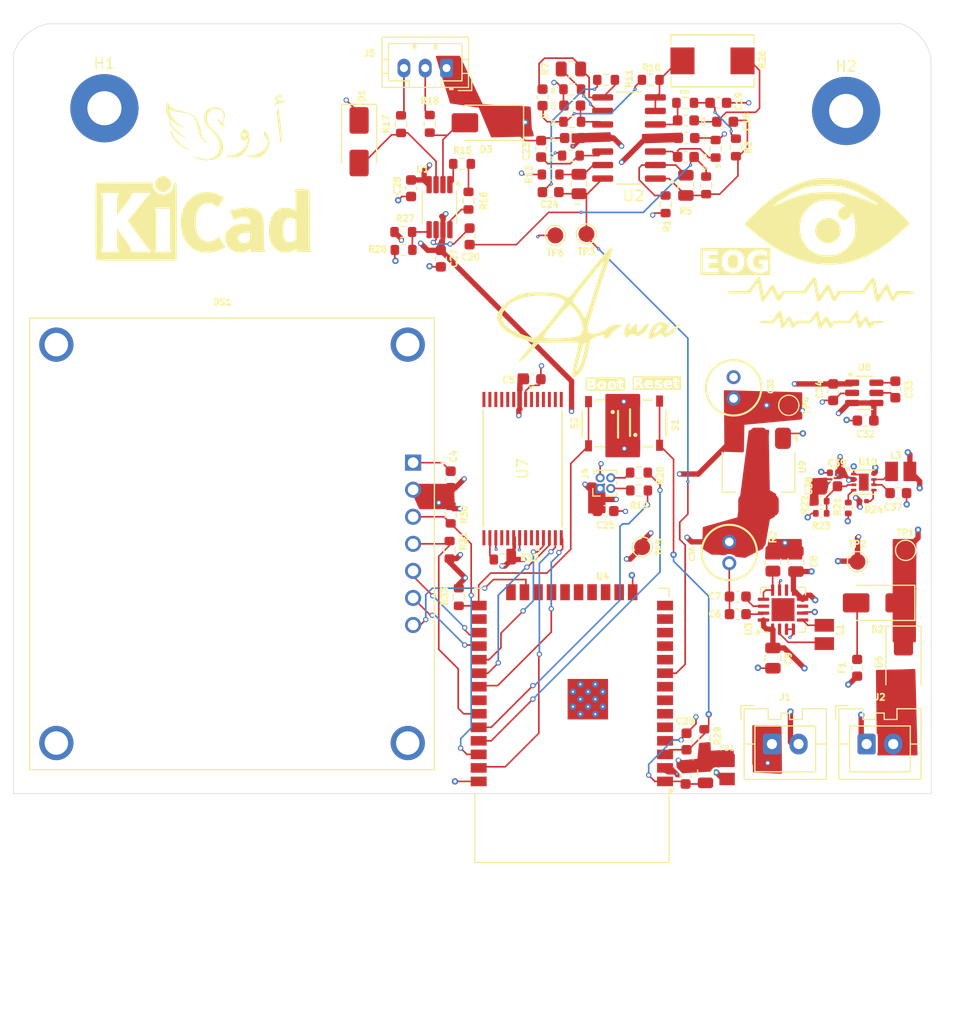
<source format=kicad_pcb>
(kicad_pcb (version 20240108) (generator "pcbnew") (generator_version "8.0")
  (layers (0 "F.Cu" signal) (1 "In1.Cu" signal) (2 "In2.Cu" signal) (31 "B.Cu" signal) (34 "B.Paste" user) (35 "F.Paste" user) (36 "B.SilkS" user "B.Silkscreen") (37 "F.SilkS" user "F.Silkscreen") (38 "B.Mask" user) (39 "F.Mask" user) (44 "Edge.Cuts" user))
  (net 0 "")
  (net 1 "GND")
  (net 2 "-5V")
  (net 3 "+5V")
  (net 4 "Net-(C20-Pad2)")
  (net 5 "+3.3V")
  (net 6 "Net-(U3-TIMER)")
  (net 7 "Net-(U3-SS)")
  (net 8 "+BATT")
  (net 9 "Net-(C18-Pad1)")
  (net 10 "Net-(C18-Pad2)")
  (net 11 "Net-(C19-Pad2)")
  (net 12 "Net-(C20-Pad1)")
  (net 13 "Net-(C22-Pad2)")
  (net 14 "Net-(C22-Pad1)")
  (net 15 "EOG")
  (net 16 "Net-(C24-Pad2)")
  (net 17 "/ESP32-WROOM-32E/reset")
  (net 18 "Net-(U8-C1+)")
  (net 19 "Net-(U8-C1-)")
  (net 20 "Net-(U10-EN)")
  (net 21 "Net-(U10-FB)")
  (net 22 "Net-(D1-A2)")
  (net 23 "Net-(D2-A)")
  (net 24 "+3.6V")
  (net 25 "Net-(D3-A2)")
  (net 26 "RST")
  (net 27 "SCL")
  (net 28 "CS")
  (net 29 "DC")
  (net 30 "SDA")
  (net 31 "Net-(J4-Pin_4)")
  (net 32 "Net-(J4-Pin_3)")
  (net 33 "/Filters/CH-")
  (net 34 "/Filters/CH+")
  (net 35 "Net-(U3-SW)")
  (net 36 "Net-(U3-SENSE)")
  (net 37 "Net-(U3-IDET)")
  (net 38 "Net-(R15-Pad1)")
  (net 39 "Net-(R15-Pad2)")
  (net 40 "Net-(R16-Pad2)")
  (net 41 "UART_RX")
  (net 42 "UART_TX")
  (net 43 "Net-(U10-ILIM)")
  (net 44 "Net-(U10-PG)")
  (net 45 "Net-(U1-Ref)")
  (net 46 "RESET")
  (net 47 "/ESP32-WROOM-32E/boot")
  (net 62 "cs")
  (net 64 "MISO")
  (net 65 "SCK")
  (net 68 "MOSI")
  (net 93 "Net-(U4-VDD)")
  (net 94 "Net-(U2A-+)")
  (net 95 "Net-(U2C-+)")
  (net 96 "Net-(U2D-+)")
  (net 97 "Net-(U2B-+)")
  (net 98 "Net-(U2A--)")
  (net 99 "Net-(U2C--)")
  (net 100 "Net-(U2B--)")
  (net 101 "Net-(U2D--)")
  (footprint "Capacitor_SMD:C_0603_1608Metric" (layer "F.Cu") (at 139.2362 78.6296 -90)
    (property "Reference" "C28")
    (property "Value" "100n")
  )
  (footprint "ARWA:arwa arabic 30mm" (layer "F.Cu") (at 122.428 73.025)
    (property "Reference" "G***" (hide yes))
    (property "Value" "LOGO" (hide yes))
  )
  (footprint "Capacitor_SMD:C_0603_1608Metric" (layer "F.Cu") (at 184.9882 107.2468)
    (property "Reference" "C37")
    (property "Value" "10u")
  )
  (footprint "Y174616K8000B9L:RES_SMR3DZ_VIS" (layer "F.Cu") (at 167.5384 66.675 180)
    (property "Reference" "R26")
    (property "Value" "16.8k")
  )
  (footprint "TestPoint:TestPoint_Pad_D1.5mm" (layer "F.Cu") (at 152.781 83.058 180)
    (property "Reference" "TP6")
    (property "Value" "TestPoint")
  )
  (footprint "860010372006:WCAP-ATG8_5X11_DXL_" (layer "F.Cu") (at 169.5196 97.3676 -90)
    (property "Reference" "C35")
    (property "Value" "100u")
  )
  (footprint "Resistor_SMD:R_0603_1608Metric" (layer "F.Cu") (at 142.8496 112.5728 -90)
    (property "Reference" "R31")
    (property "Value" "4.7k")
  )
  (footprint "434123025826:434123025826" (layer "F.Cu") (at 161.4932 100.6856 90)
    (property "Reference" "S1")
    (property "Value" "434123025826")
    (property "VALUE" "434123025826" (hide yes))
  )
  (footprint "Capacitor_SMD:C_0603_1608Metric" (layer "F.Cu") (at 168.7215 72.39 180)
    (property "Reference" "C18")
    (property "Value" "100n")
  )
  (footprint "Resistor_SMD:R_0603_1608Metric" (layer "F.Cu") (at 164.9745 70.612 180)
    (property "Reference" "R25")
    (property "Value" "31.8k")
  )
  (footprint "Capacitor_SMD:C_0603_1608Metric" (layer "F.Cu") (at 154.3705 70.866 180)
    (property "Reference" "C21")
    (property "Value" "0.1u")
  )
  (footprint "OPA4134UA/2K5:SOIC127P600X175-14N" (layer "F.Cu") (at 159.701 73.914 180)
    (property "Reference" "U2")
    (property "Value" "OPA4134")
  )
  (footprint "Resistor_SMD:R_0603_1608Metric" (layer "F.Cu") (at 160.6334 105.3272 180)
    (property "Reference" "R20")
    (property "Value" "1K")
  )
  (footprint "Capacitor_SMD:C_0603_1608Metric" (layer "F.Cu") (at 181.9148 100.4418)
    (property "Reference" "C32")
    (property "Value" "2.2u")
  )
  (footprint "860010372001:WCAP-ATG8_5X11_DXL_" (layer "F.Cu") (at 169.1132 112.8268 90)
    (property "Reference" "C36")
    (property "Value" "10u")
  )
  (footprint "Connector_JST:JST_PH_B3B-PH-K_1x03_P2.00mm_Vertical" (layer "F.Cu") (at 142.5636 67.352 180)
    (property "Reference" "J5")
    (property "Value" "Conn_01x03_Socket")
  )
  (footprint "Fuse:Fuse_0603_1608Metric" (layer "F.Cu") (at 181.122 123.65 90)
    (property "Reference" "F1")
    (property "Value" "2A")
  )
  (footprint "Capacitor_SMD:C_0603_1608Metric" (layer "F.Cu") (at 142.0302 85.2336 -90)
    (property "Reference" "C27")
    (property "Value" "100n")
  )
  (footprint "Capacitor_SMD:C_0603_1608Metric" (layer "F.Cu") (at 165.0385 72.263 180)
    (property "Reference" "C26")
    (property "Value" "100n")
  )
  (footprint "TestPoint:TestPoint_Pad_D1.5mm" (layer "F.Cu") (at 174.7012 99.0092 -90)
    (property "Reference" "TP4")
    (property "Value" "TestPoint")
  )
  (footprint "Resistor_SMD:R_0603_1608Metric" (layer "F.Cu") (at 138.2898 72.6126 -90)
    (property "Reference" "R17")
    (property "Value" "390k")
  )
  (footprint "Capacitor_SMD:C_0603_1608Metric" (layer "F.Cu") (at 151.5765 70.104 -90)
    (property "Reference" "C22")
    (property "Value" "0.1u")
  )
  (footprint "Diode_SMD:D_SMA" (layer "F.Cu") (at 185.4708 123.2408 -90)
    (property "Reference" "D5")
    (property "Value" "SMAJ5.0A")
  )
  (footprint "Resistor_SMD:R_0603_1608Metric" (layer "F.Cu") (at 154.3705 72.39)
    (property "Reference" "R9")
    (property "Value" "68k")
  )
  (footprint "Capacitor_SMD:C_0603_1608Metric" (layer "F.Cu") (at 178.4982 106.6118)
    (property "Reference" "C38")
    (property "Value" "100p")
  )
  (footprint "Package_SO:VSSOP-8_3x3mm_P0.65mm" (layer "F.Cu") (at 141.9032 80.4076 -90)
    (property "Reference" "U1")
    (property "Value" "INA333xxDGK")
  )
  (footprint "Connector_PinHeader_1.00mm:PinHeader_2x02_P1.00mm_Vertical" (layer "F.Cu") (at 156.988 106.8164 90)
    (property "Reference" "J4")
    (property "Value" "Conn_01x04_Socket")
  )
  (footprint "Capacitor_SMD:C_0603_1608Metric" (layer "F.Cu") (at 165.1 130.569 -90)
    (property "Reference" "C29")
    (property "Value" "100n")
  )
  (footprint "DFE201610E-1R0M=P2:INDC2016X100N" (layer "F.Cu") (at 185.2132 105.2148)
    (property "Reference" "L3")
    (property "Value" "1u")
  )
  (footprint "Resistor_SMD:R_0603_1608Metric" (layer "F.Cu") (at 160.6456 107.0036 180)
    (property "Reference" "R19")
    (property "Value" "1K")
  )
  (footprint "Capacitor_SMD:C_0805_2012Metric" (layer "F.Cu") (at 165.0385 78.359 -90)
    (property "Reference" "R5")
    (property "Value" "5.1k")
  )
  (footprint "Connector_JST:JST_XA_B02B-XASK-1_1x02_P2.50mm_Vertical" (layer "F.Cu") (at 182.011 130.81)
    (property "Reference" "J2")
    (property "Value" "Conn_01x02_Socket")
  )
  (footprint "MountingHole:MountingHole_3.2mm_M3_Pad" (layer "F.Cu") (at 110.4392 71.12)
    (property "Reference" "H1")
    (property "Value" "MountingHole_Pad")
  )
  (footprint "Resistor_SMD:R_0603_1608Metric" (layer "F.Cu") (at 143.7132 117.0046 -90)
    (property "Reference" "R33")
    (property "Value" "10k")
  )
  (footprint "Capacitor_SMD:C_0603_1608Metric" (layer "F.Cu") (at 144.7292 83.1508 -90)
    (property "Reference" "C20")
    (property "Value" "1u")
  )
  (footprint "Resistor_SMD:R_0603_1608Metric" (layer "F.Cu") (at 142.9512 109.2708 90)
    (property "Reference" "R30")
    (property "Value" "4.7k")
  )
  (footprint "Symbol:KiCad-Logo_8mm_SilkScreen" (layer "F.Cu") (at 119.7356 81.4324)
    (property "Reference" "REF**" (hide yes))
    (property "Value" "KiCad-Logo_8mm_SilkScreen" (hide yes))
  )
  (footprint "Capacitor_SMD:C_0603_1608Metric" (layer "F.Cu") (at 165.013 133.783 -90)
    (property "Reference" "C31")
    (property "Value" "100n")
  )
  (footprint "Resistor_SMD:R_0603_1608Metric" (layer "F.Cu") (at 138.5062 82.7356 180)
    (property "Reference" "R27")
    (property "Value" "10k")
  )
  (footprint "Resistor_SMD:R_0402_1005Metric" (layer "F.Cu") (at 177.7492 109.1518 180)
    (property "Reference" "R23")
    (property "Value" "243k")
  )
  (footprint "Diode_SMD:D_SMA" (layer "F.Cu") (at 134.3528 74.2636 -90)
    (property "Reference" "D1")
    (property "Value" "SMAJ5.0CA")
  )
  (footprint "RF_Module:ESP32-WROOM-32D" (layer "F.Cu") (at 154.332 126.068 180)
    (property "Reference" "U4")
    (property "Value" "ESP32-WROOM-32E")
  )
  (footprint "Resistor_SMD:R_0603_1608Metric" (layer "F.Cu") (at 144.6276 79.798 -90)
    (property "Reference" "R16")
    (property "Value" "10k")
  )
  (footprint "Resistor_SMD:R_0603_1608Metric" (layer "F.Cu") (at 154.3705 69.342)
    (property "Reference" "R8")
    (property "Value" "10k")
  )
  (footprint "Resistor_SMD:R_0603_1608Metric" (layer "F.Cu") (at 163.1335 80.137 -90)
    (property "Reference" "R1")
    (property "Value" "10k")
  )
  (footprint "Capacitor_SMD:C_0603_1608Metric" (layer "F.Cu") (at 151.4495 74.93 90)
    (property "Reference" "C23")
    (property "Value" "0.1u")
  )
  (footprint "2508056017Y2:IND_25_0805_FRT" (layer "F.Cu") (at 168.91 133.2103 -90)
    (property "Reference" "FB1")
    (property "Value" "2508056017Y2")
  )
  (footprint "Package_TO_SOT_SMD:SOT-223-3_TabPin2" (layer "F.Cu") (at 171.8564 105.2576 -90)
    (property "Reference" "U9")
    (property "Value" "LM1117MP-3.3")
  )
  (footprint "Resistor_SMD:R_0805_2012Metric" (layer "F.Cu") (at 154.2435 67.437)
    (property "Reference" "R7")
    (property "Value" "5.1k")
  )
  (footprint "AOM12864A0-1.54WW-ANO:LCD_AOM12864A0-1.54WW-ANO" (layer "F.Cu") (at 122.4241 112.014 -90)
    (property "Reference" "DS1")
    (property "Value" "AOM12864A0-1.54WW-ANO")
  )
  (footprint "arwa logo:arwa 40" (layer "F.Cu") (at 156.591 90.805)
    (property "Reference" "G***" (hide yes))
    (property "Value" "LOGO" (hide yes))
  )
  (footprint "Resistor_SMD:R_0201_0603Metric" (layer "F.Cu") (at 181.6862 108.0088)
    (property "Reference" "R24")
    (property "Value" "866k")
  )
  (footprint "Capacitor_SMD:C_0603_1608Metric" (layer "F.Cu") (at 165.1 73.914)
    (property "Reference" "C2")
    (property "Value" "100n")
  )
  (footprint "Capacitor_SMD:C_0603_1608Metric" (layer "F.Cu") (at 150.6474 96.5581)
    (property "Reference" "C5")
    (property "Value" "100n")
  )
  (footprint "TestPoint:TestPoint_Pad_D1.5mm" (layer "F.Cu") (at 181.1528 113.6904)
    (property "Reference" "TP2")
    (property "Value" "TestPoint")
  )
  (footprint "2508056017Y2:TSOP28_8x11P8_MCH" (layer "F.Cu") (at 149.7076 104.9528 90)
    (property "Reference" "U7")
    (property "Value" "AT45DB642-TC")
  )
  (footprint "Diode_SMD:D_SMA" (layer "F.Cu") (at 183.027 117.554 180)
    (property "Reference" "D2")
    (property "Value" "SS22")
  )
  (footprint "Resistor_SMD:R_0603_1608Metric" (layer "F.Cu") (at 167.8325 74.93 -90)
    (property "Reference" "R4")
    (property "Value" "3M")
  )
  (footprint "Resistor_SMD:R_0603_1608Metric" (layer "F.Cu") (at 166.9435 78.359 90)
    (property "Reference" "R6")
    (property "Value" "3M")
  )
  (footprint "Connector_JST:JST_XA_B02B-XASK-1_1x02_P2.50mm_Vertical" (layer "F.Cu") (at 173.121 130.81)
    (property "Reference" "J1")
    (property "Value" "LI18650JC-26 1S1P (farnell)")
  )
  (footprint "Resistor_SMD:R_0603_1608Metric" (layer "F.Cu") (at 154.2435 75.565)
    (property "Reference" "R12")
    (property "Value" "82k")
  )
  (footprint "Package_DFN_QFN:QFN-16-1EP_4x4mm_P0.65mm_EP2.15x2.15mm" (layer "F.Cu") (at 174.1612 118.1928 90)
    (property "Reference" "U3")
    (property "Value" "LTC4001EUF#PBF")
  )
  (footprint "434123025826:434123025826" (layer "F.Cu") (at 156.972 100.7364 -90)
    (property "Reference" "S2")
    (property "Value" "434123025826")
    (property "VALUE" "434123025826" (hide yes))
  )
  (footprint "Resistor_SMD:R_0805_2012Metric" (layer "F.Cu") (at 173.2127 113.6618 90)
    (property "Reference" "R2")
    (property "Value" "274")
  )
  (footprint "Package_SON:WSON-8-1EP_2x2mm_P0.5mm_EP0.9x1.6mm" (layer "F.Cu") (at 181.7472 106.2188)
    (property "Reference" "U10")
    (property "Value" "TPS61252DSG")
  )
  (footprint "Resistor_SMD:R_0603_1608Metric" (layer "F.Cu") (at 140.9888 72.5844 -90)
    (property "Reference" "R18")
    (property "Value" "390k")
  )
  (footprint "Capacitor_SMD:C_0603_1608Metric" (layer "F.Cu") (at 169.9107 116.9638)
    (property "Reference" "C7")
    (property "Value" "0.1u")
  )
  (footprint "Capacitor_SMD:C_0603_1608Metric" (layer "F.Cu") (at 168.0865 70.612 180)
    (property "Reference" "C19")
    (property "Value" "220nF")
  )
  (footprint "Resistor_SMD:R_0603_1608Metric" (layer "F.Cu") (at 138.5316 84.4208 180)
    (property "Reference" "R28")
    (property "Value" "10k")
  )
  (footprint "Capacitor_SMD:C_0805_2012Metric" (layer "F.Cu") (at 173.2127 122.7398 -90)
    (property "Reference" "C9")
    (property "Value" "10u")
  )
  (footprint "Resistor_SMD:R_0603_1608Metric" (layer "F.Cu") (at 147.828 113.4872)
    (property "Reference" "R32")
    (property "Value" "10k")
  )
  (footprint "Capacitor_SMD:C_0402_1005Metric" (layer "F.Cu") (at 179.0472 105.3418 180)
    (property "Reference" "C39")
    (property "Value" "4.7u")
  )
  (footprint "Capacitor_SMD:C_0603_1608Metric" (layer "F.Cu") (at 142.9512 105.9688 90)
    (property "Reference" "C4")
    (property "Value" "100n")
  )
  (footprint "Capacitor_SMD:C_0805_2012Metric" (layer "F.Cu") (at 175.3717 113.6618 -90)
    (property "Reference" "C8")
    (property "Value" "10u")
  )
  (footprint "Resistor_SMD:R_0603_1608Metric" (layer "F.Cu") (at 144.018 76.3436 180)
    (property "Reference" "R15")
    (property "Value" "10k")
  )
  (footprint "Resistor_SMD:R_0603_1608Metric" (layer "F.Cu") (at 157.5455 68.453 180)
    (property "Reference" "R11")
    (property "Value" "82k")
  )
  (footprint "Capacitor_SMD:C_0603_1608Metric" (layer "F.Cu") (at 152.3385 78.994 180)
    (property "Reference" "C24")
    (property "Value" "0.1u")
  )
  (footprint "Resistor_SMD:R_0402_1005Metric" (layer "F.Cu") (at 177.7492 108.0088)
    (property "Reference" "R22")
    (property "Value" "768k")
  )
  (footprint "Capacitor_SMD:C_0603_1608Metric" (layer "F.Cu") (at 184.7088 97.5208 90)
    (property "Reference" "C33")
    (property "Value" "1u")
  )
  (footprint "Capacitor_SMD:C_0603_1608Metric" (layer "F.Cu") (at 165.0385 75.692 180)
    (property "Reference" "C3")
    (property "Value" "1u")
  )
  (footprint "Resistor_SMD:R_0805_2012Metric" (layer "F.Cu") (at 155.0055 78.232 -90)
    (property "Reference" "R14")
    (property "Value" "5.1k")
  )
  (footprint "TestPoint:TestPoint_Pad_D1.5mm" (layer "F.Cu") (at 185.674 112.6236)
    (property "Reference" "TP1")
    (property "Value" "TestPoint")
  )
  (footprint "Resistor_SMD:R_0603_1608Metric" (layer "F.Cu") (at 161.7365 68.453 180)
    (property "Reference" "R10")
    (property "Value" "68k")
  )
  (footprint "Resistor_SMD:R_0603_1608Metric" (layer "F.Cu") (at 169.7375 74.803 90)
    (property "Reference" "R3")
    (property "Value" "31.8k")
  )
  (footprint "Capacitor_SMD:C_0603_1608Metric" (layer "F.Cu") (at 154.432 73.914 180)
    (property "Reference" "C1")
    (property "Value" "100n")
  )
  (footprint "TestPoint:TestPoint_Pad_D1.5mm" (layer "F.Cu") (at 155.702 82.931 180)
    (property "Reference" "TP3")
    (property "Value" "TestPoint")
  )
  (footprint "Resistor_SMD:R_0603_1608Metric" (layer "F.Cu") (at 152.3385 77.343)
    (property "Reference" "R13")
    (property "Value" "10k")
  )
  (footprint "Capacitor_SMD:C_0603_1608Metric" (layer "F.Cu") (at 169.9107 118.6148 180)
    (property "Reference" "C6")
    (property "Value" "0.22u")
  )
  (footprint "arwa logo:EOG EYE" (layer "F.Cu") (at 177.673 84.709)
    (property "Reference" "G***" (hide yes))
    (property "Value" "LOGO" (hide yes))
  )
  (footprint "Package_TO_SOT_SMD:SOT-23-6" (layer "F.Cu") (at 181.7933 97.8408)
    (property "Reference" "U8")
    (property "Value" "LM2776")
  )
  (footprint "TestPoint:TestPoint_Pad_D1.5mm" (layer "F.Cu") (at 160.9344 112.3188 -90)
    (property "Reference" "TP5")
    (property "Value" "TestPoint")
  )
  (footprint "Resistor_SMD:R_0603_1608Metric" (layer "F.Cu") (at 166.7764 130.2512 90)
    (property "Reference" "R29")
    (property "Value" "10k")
  )
  (footprint "Capacitor_SMD:C_0805_2012Metric" (layer "F.Cu") (at 166.878 133.5024 -90)
    (property "Reference" "C30")
    (property "Value" "22u")
  )
  (footprint "DFE201610P-1R5M=P2:INDC2016X100N" (layer "F.Cu") (at 178.0387 120.5198 -90)
    (property "Reference" "L1")
    (property "Value" "1.5u")
  )
  (footprint "Resistor_SMD:R_0402_1005Metric" (layer "F.Cu") (at 180.2892 108.6458 -90)
    (property "Reference" "R21")
    (property "Value" "6.65k")
  )
  (footprint "Capacitor_SMD:C_0603_1608Metric" (layer "F.Cu") (at 178.8668 97.7748 -90)
    (property "Reference" "C34")
    (property "Value" "2.2u")
  )
  (footprint "Capacitor_SMD:C_0603_1608Metric" (layer "F.Cu") (at 157.496 108.934)
    (property "Reference" "C25")
    (property "Value" "100n")
  )
  (footprint "MountingHole:MountingHole_3.2mm_M3_Pad" (layer "F.Cu") (at 180.086 71.374)
    (property "Reference" "H2")
    (property "Value" "MountingHole_Pad")
  )
  (footprint "Diode_SMD:D_SMA" (layer "F.Cu") (at 146.2908 72.4856 180)
    (property "Reference" "D3")
    (property "Value" "SMAJ5.0CA")
  )
  (gr_line (start 101.9048 135.461) (end 101.9048 66.012153) (stroke (width 0.05)) (layer "Edge.Cuts"))
  (gr_line (start 105.126008 63.1952) (end 185.242199 63.195201) (stroke (width 0.05)) (layer "Edge.Cuts"))
  (gr_line (start 188.059152 66.416409) (end 188.087 135.461) (stroke (width 0.05)) (layer "Edge.Cuts"))
  (gr_line (start 101.9048 135.461) (end 188.087 135.461) (stroke (width 0.05)) (layer "Edge.Cuts"))
  (gr_arc (start 185.242199 63.195201) (mid 187.080125 64.430251) (end 188.059152 66.416409) (stroke (width 0.05)) (layer "Edge.Cuts"))
  (gr_arc (start 101.9048 66.012153) (mid 103.13985 64.174227) (end 105.126008 63.1952) (stroke (width 0.05)) (layer "Edge.Cuts"))
  (gr_text "Boot" (at 155.6004 97.6884 0) (layer "F.SilkS" knockout) (effects (font (size 1 1) (thickness 0.2) (bold yes)) (justify left bottom)))
  (gr_text "Reset" (at 160.02 97.5868 0) (layer "F.SilkS" knockout) (effects (font (size 1 1) (thickness 0.2) (bold yes)) (justify left bottom)))
  (gr_text "EOG" (at 166.37 86.868 0) (layer "F.SilkS" knockout) (effects (font (size 2 2) (thickness 0.2) (bold yes)) (justify left bottom)))
  (segment (start 169.1132 116.9413) (end 169.1357 116.9638) (width 0.1524) (layer "F.Cu") (net 1))
  (segment (start 164.592 130.302) (end 164.592 130.429) (width 0.1524) (layer "F.Cu") (net 1))
  (segment (start 163.1335 80.962) (end 162.116 80.962) (width 0.1524) (layer "F.Cu") (net 1))
  (segment (start 153.5455 69.342) (end 153.5455 70.816) (width 0.1524) (layer "F.Cu") (net 1))
  (segment (start 142.0302 86.0086) (end 141.025 86.0086) (width 0.1524) (layer "F.Cu") (net 1))
  (segment (start 152.781 83.058) (end 151.257 83.058) (width 0.1524) (layer "F.Cu") (net 1))
  (segment (start 176.8522 109.1518) (end 176.4792 109.5248) (width 0.1524) (layer "F.Cu") (net 1))
  (segment (start 134.3528 72.2636) (end 134.3528 71.564) (width 0.1524) (layer "F.Cu") (net 1))
  (segment (start 156.988 105.8164) (end 156.988 104.5812) (width 0.1524) (layer "F.Cu") (net 1))
  (segment (start 153.657 73.914) (end 151.6905 73.914) (width 0.1524) (layer "F.Cu") (net 1))
  (segment (start 180.605 97.8916) (end 180.6558 97.8408) (width 0.1524) (layer "F.Cu") (net 1))
  (segment (start 173.2127 123.6898) (end 171.8482 123.6898) (width 0.1524) (layer "F.Cu") (net 1))
  (segment (start 139.2362 79.4046) (end 138.375 79.4046) (width 0.1524) (layer "F.Cu") (net 1))
  (segment (start 160.042 116.558) (end 160.042 115.0332) (width 0.1524) (layer "F.Cu") (net 1))
  (segment (start 180.84 105.5116) (end 180.7972 105.4688) (width 0.1524) (layer "F.Cu") (net 1))
  (segment (start 156.988 104.5812) (end 157.0736 104.4956) (width 0.1524) (layer "F.Cu") (net 1))
  (segment (start 150.5204 97.1296) (end 151.2316 97.1296) (width 0.1524) (layer "F.Cu") (net 1))
  (segment (start 151.4224 96.9388) (end 151.4224 96.5581) (width 0.1524) (layer "F.Cu") (net 1))
  (segment (start 158.271 108.934) (end 159.3276 108.934) (width 0.1524) (layer "F.Cu") (net 1))
  (segment (start 169.1132 113.8268) (end 169.1132 116.9413) (width 0.1524) (layer "F.Cu") (net 1))
  (segment (start 164.773 134.318) (end 165.013 134.558) (width 0.1524) (layer "F.Cu") (net 1))
  (segment (start 151.5135 77.343) (end 149.733 77.343) (width 0.1524) (layer "F.Cu") (net 1))
  (segment (start 149.987 97.663) (end 150.5204 97.1296) (width 0.1524) (layer "F.Cu") (net 1))
  (segment (start 179.578 97.8916) (end 180.605 97.8916) (width 0.1524) (layer "F.Cu") (net 1))
  (segment (start 149.9602 74.155) (end 148.2908 72.4856) (width 0.1524) (layer "F.Cu") (net 1))
  (segment (start 159.3276 108.934) (end 159.3596 108.966) (width 0.1524) (layer "F.Cu") (net 1))
  (segment (start 152.9105 68.707) (end 152.654 68.707) (width 0.1524) (layer "F.Cu") (net 1))
  (segment (start 134.3528 71.564) (end 133.1468 70.358) (width 0.1524) (layer "F.Cu") (net 1))
  (segment (start 185.7632 107.2468) (end 185.7632 108.2932) (width 0.1524) (layer "F.Cu") (net 1))
  (segment (start 137.7066 85.3826) (end 137.7696 85.4456) (width 0.1524) (layer "F.Cu") (net 1))
  (segment (start 173.8362 115.5714) (end 173.9392 115.4684) (width 0.1524) (layer "F.Cu") (net 1))
  (segment (start 181.7472 105.8012) (end 181.4576 105.5116) (width 0.1524) (layer "F.Cu") (net 1))
  (segment (start 149.987 98.4631) (end 149.987 97.663) (width 0.1524) (layer "F.Cu") (net 1))
  (segment (start 147.193 112.4966) (end 147.2184 112.522) (width 0.1524) (layer "F.Cu") (net 1))
  (segment (start 175.1362 120.0303) (end 175.1362 120.469) (width 0.1524) (layer "F.Cu") (net 1))
  (segment (start 178.5672 105.3418) (end 177.8334 105.3418) (width 0.1524) (layer "F.Cu") (net 1))
  (segment (start 165.1 129.794) (end 165.989 128.905) (width 0.1524) (layer "F.Cu") (net 1))
  (segment (start 151.4224 95.364) (end 151.4856 95.3008) (width 0.1524) (layer "F.Cu") (net 1))
  (segment (start 147.193 111.4425) (end 147.193 112.4966) (width 0.1524) (layer "F.Cu") (net 1))
  (segment (start 151.257 83.058) (end 151.13 83.185) (width 0.1524) (layer "F.Cu") (net 1))
  (segment (start 171.8482 123.6898) (end 171.8056 123.6472) (width 0.1524) (layer "F.Cu") (net 1))
  (segment (start 142.1514 104.394) (end 142.9512 105.1938) (width 0.1524) (layer "F.Cu") (net 1))
  (segment (start 168.084 74.105) (end 168.656 73.533) (width 0.1524) (layer "F.Cu") (net 1))
  (segment (start 178.8668 98.5498) (end 178.0054 98.5498) (width 0.1524) (layer "F.Cu") (net 1))
  (segment (start 162.116 80.962) (end 161.925 81.153) (width 0.1524) (layer "F.Cu") (net 1))
  (segment (start 149.733 77.343) (end 149.606 77.216) (width 0.1524) (layer "F.Cu") (net 1))
  (segment (start 139.4241 104.394) (end 142.1514 104.394) (width 0.1524) (layer "F.Cu") (net 1))
  (segment (start 165.013 134.558) (end 166.7724 134.558) (width 0.1524) (layer "F.Cu") (net 1))
  (segment (start 151.4495 74.155) (end 149.9602 74.155) (width 0.1524) (layer "F.Cu") (net 1))
  (segment (start 167.8325 74.105) (end 168.084 74.105) (width 0.1524) (layer "F.Cu") (net 1))
  (segment (start 177.8334 105.3418) (end 177.7492 105.2576) (width 0.1524) (layer "F.Cu") (net 1))
  (segment (start 175.1362 120.0303) (end 174.4862 120.0303) (width 0.1524) (layer "F.Cu") (net 1))
  (segment (start 175.9987 118.5178) (end 176.1017 118.4148) (width 0.1524) (layer "F.Cu") (net 1))
  (segment (start 143.3604 134.318) (end 143.3576 134.3152) (width 0.1524) (layer "F.Cu") (net 1))
  (segment (start 162.131 134.318) (end 163.082 134.318) (width 0.1524) (layer "F.Cu") (net 1))
  (segment (start 149.4282 112.5474) (end 149.4028 112.5728) (width 0.1524) (layer "F.Cu") (net 1))
  (segment (start 138.375 79.4046) (end 138.0236 79.756) (width 0.1524) (layer "F.Cu") (net 1))
  (segment (start 165.1 129.794) (end 164.592 130.302) (width 0.1524) (layer "F.Cu") (net 1))
  (segment (start 181.4576 105.5116) (end 180.84 105.5116) (width 0.1524) (layer "F.Cu") (net 1))
  (segment (start 151.4224 96.5581) (end 151.4224 95.364) (width 0.1524) (layer "F.Cu") (net 1))
  (segment (start 178.9198 98.5498) (end 179.578 97.8916) (width 0.1524) (layer "F.Cu") (net 1))
  (segment (start 167.6415 73.914) (end 167.8325 74.105) (width 0.1524) (layer "F.Cu") (net 1))
  (segment (start 185.7632 108.2932) (end 185.7756 108.3056) (width 0.1524) (layer "F.Cu") (net 1))
  (segment (start 178.0054 98.5498) (end 177.8508 98.7044) (width 0.1524) (layer "F.Cu") (net 1))
  (segment (start 174.6132 101.6508) (end 176.022 101.6508) (width 0.1524) (layer "F.Cu") (net 1))
  (segment (start 173.8362 116.3553) (end 173.8362 115.5714) (width 0.1524) (layer "F.Cu") (net 1))
  (segment (start 168.8615 70.612) (end 170.942 70.612) (width 0.1524) (layer "F.Cu") (net 1))
  (segment (start 180.2892 109.8296) (end 180.2384 109.8804) (width 0.1524) (layer "F.Cu") (net 1))
  (segment (start 149.4282 111.4425) (end 149.4282 112.5474) (width 0.1524) (layer "F.Cu") (net 1))
  (segment (start 180.7972 105.4688) (end 180.7972 104.7496) (width 0.1524) (layer "F.Cu") (net 1))
  (segment (start 165.989 128.905) (end 165.989 128.27) (width 0.1524) (layer "F.Cu") (net 1))
  (segment (start 176.1017 118.4148) (end 177.1396 118.4148) (width 0.1524) (layer "F.Cu") (net 1))
  (segment (start 141.025 86.0086) (end 140.97 85.9536) (width 0.1524) (layer "F.Cu") (net 1))
  (segment (start 175.1362 120.469) (end 174.8028 120.8024) (width 0.1524) (layer "F.Cu") (net 1))
  (segment (start 161.544 133.731) (end 162.131 134.318) (width 0.1524) (layer "F.Cu") (net 1))
  (segment (start 174.1564 102.1076) (end 174.6132 101.6508) (width 0.1524) (layer "F.Cu") (net 1))
  (segment (start 169.1357 118.6148) (end 169.1357 116.9638) (width 0.1524) (layer "F.Cu") (net 1))
  (segment (start 166.7724 134.558) (end 166.878 134.4524) (width 0.1524) (layer "F.Cu") (net 1))
  (segment (start 160.042 115.0332) (end 159.9692 114.9604) (width 0.1524) (layer "F.Cu") (net 1))
  (segment (start 151.6905 73.914) (end 151.4495 74.155) (width 0.1524) (layer "F.Cu") (net 1))
  (segment (start 180.1978 100.4418) (end 180.1368 100.3808) (width 0.1524) (layer "F.Cu") (net 1))
  (segment (start 180.2892 109.1558) (end 180.2892 109.8296) (width 0.1524) (layer "F.Cu") (net 1))
  (segment (start 177.2392 109.1518) (end 176.8522 109.1518) (width 0.1524) (layer "F.Cu") (net 1))
  (segment (start 178.8668 98.5498) (end 178.9198 98.5498) (width 0.1524) (layer "F.Cu") (net 1))
  (segment (start 137.7066 84.4208) (end 137.7066 85.3826) (width 0.1524) (layer "F.Cu") (net 1))
  (segment (start 145.582 134.318) (end 143.3604 134.318) (width 0.1524) (layer "F.Cu") (net 1))
  (segment (start 163.082 134.318) (end 164.773 134.318) (width 0.1524) (layer "F.Cu") (net 1))
  (segment (start 151.2316 97.1296) (end 151.4224 96.9388) (width 0.1524) (layer "F.Cu") (net 1))
  (segment (start 153.5455 70.816) (end 153.5955 70.866) (width 0.1524) (layer "F.Cu") (net 1))
  (segment (start 181.1398 100.4418) (end 180.1978 100.4418) (width 0.1524) (layer "F.Cu") (net 1))
  (segment (start 165.875 73.914) (end 167.6415 73.914) (width 0.1524) (layer "F.Cu") (net 1))
  (segment (start 153.5455 69.342) (end 152.9105 68.707) (width 0.1524) (layer "F.Cu") (net 1))
  (segment (start 181.7472 106.2188) (end 181.7472 105.8012) (width 0.1524) (layer "F.Cu") (net 1))
  (via (at 176.022 101.6508) (size 0.6) (drill 0.3) (layers "F.Cu" "B.Cu") (net 1))
  (via (at 185.7756 108.3056) (size 0.6) (drill 0.3) (layers "F.Cu" "B.Cu") (net 1))
  (via (at 172.72 132.588) (size 0.5) (drill 0.3) (layers "F.Cu" "B.Cu") (net 1))
  (via (at 174.8028 120.8024) (size 0.3) (drill 0.1) (layers "F.Cu" "B.Cu") (net 1))
  (via (at 170.942 70.612) (size 0.5) (drill 0.3) (layers "F.Cu" "B.Cu") (net 1))
  (via (at 180.7972 104.7496) (size 0.6) (drill 0.3) (layers "F.Cu" "B.Cu") (net 1))
  (via (at 147.2184 112.522) (size 0.3) (drill 0.1) (layers "F.Cu" "B.Cu") (net 1))
  (via (at 159.9692 114.9604) (size 0.6) (drill 0.3) (layers "F.Cu" "B.Cu") (net 1))
  (via (at 176.4792 109.5248) (size 0.6) (drill 0.3) (layers "F.Cu" "B.Cu") (net 1))
  (via (at 168.656 73.533) (size 0.5) (drill 0.3) (layers "F.Cu" "B.Cu") (net 1))
  (via (at 140.97 85.9536) (size 0.6) (drill 0.3) (layers "F.Cu" "B.Cu") (net 1))
  (via (at 159.3596 108.966) (size 0.5) (drill 0.3) (layers "F.Cu" "B.Cu") (net 1))
  (via (at 159.258 103.0732) (size 0.5) (drill 0.3) (layers "F.Cu" "B.Cu") (net 1))
  (via (at 164.592 130.429) (size 0.5) (drill 0.3) (layers "F.Cu" "B.Cu") (net 1))
  (via (at 149.9616 72.4408) (size 0.6) (drill 0.3) (layers "F.Cu" "B.Cu") (net 1))
  (via (at 177.7492 105.2576) (size 0.6) (drill 0.3) (layers "F.Cu" "B.Cu") (net 1))
  (via (at 137.7696 85.4456) (size 0.6) (drill 0.3) (layers "F.Cu" "B.Cu") (net 1))
  (via (at 165.989 128.27) (size 0.5) (drill 0.3) (layers "F.Cu" "B.Cu") (net 1))
  (via (at 149.4028 112.5728) (size 0.3) (drill 0.1) (layers "F.Cu" "B.Cu") (net 1))
  (via (at 161.544 133.731) (size 0.5) (drill 0.3) (layers "F.Cu" "B.Cu") (net 1))
  (via (at 151.13 83.185) (size 0.3) (drill 0.1) (layers "F.Cu" "B.Cu") (net 1))
  (via (at 143.3576 134.3152) (size 0.6) (drill 0.3) (layers "F.Cu" "B.Cu") (net 1))
  (via (at 149.606 77.216) (size 0.5) (drill 0.3) (layers "F.Cu" "B.Cu") (net 1))
  (via (at 174.3456 111.9124) (size 0.6) (drill 0.3) (layers "F.Cu" "B.Cu") (net 1))
  (via (at 171.8056 123.6472) (size 0.6) (drill 0.3) (layers "F.Cu" "B.Cu") (net 1))
  (via (at 157.0736 104.4956) (size 0.5) (drill 0.3) (layers "F.Cu" "B.Cu") (net 1))
  (via (at 177.1396 118.4148) (size 0.6) (drill 0.3) (layers "F.Cu" "B.Cu") (net 1))
  (via (at 152.654 68.707) (size 0.5) (drill 0.3) (layers "F.Cu" "B.Cu") (net 1))
  (via (at 180.1368 100.3808) (size 0.6) (drill 0.3) (layers "F.Cu" "B.Cu") (net 1))
  (via (at 159.2072 98.6536) (size 0.5) (drill 0.3) (layers "F.Cu" "B.Cu") (net 1))
  (via (at 138.0236 79.756) (size 0.6) (drill 0.3) (layers "F.Cu" "B.Cu") (net 1))
  (via (at 133.1468 70.358) (size 0.5) (drill 0.3) (layers "F.Cu" "B.Cu") (net 1))
  (via (at 151.4856 95.3008) (size 0.5) (drill 0.3) (layers "F.Cu" "B.Cu") (net 1))
  (via (at 161.925 81.153) (size 0.5) (drill 0.3) (layers "F.Cu" "B.Cu") (net 1))
  (via (at 173.9392 115.4684) (size 0.3) (drill 0.1) (layers "F.Cu" "B.Cu") (net 1))
  (via (at 177.8508 98.7044) (size 0.5) (drill 0.3) (layers "F.Cu" "B.Cu") (net 1))
  (via (at 180.2384 109.8804) (size 0.6) (drill 0.3) (layers "F.Cu" "B.Cu") (net 1))
  (segment (start 163.83 130.429) (end 161.544 132.715) (width 0.1524) (layer "B.Cu") (net 1))
  (segment (start 164.592 130.429) (end 163.83 130.429) (width 0.1524) (layer "B.Cu") (net 1))
  (segment (start 161.544 132.715) (end 161.544 133.731) (width 0.1524) (layer "B.Cu") (net 1))
  (segment (start 159.004 74.676) (end 158.242 73.914) (width 0.5) (layer "F.Cu") (net 2))
  (segment (start 140.462 76.962) (end 140.97 76.454) (width 0.5) (layer "F.Cu") (net 2))
  (segment (start 140.4377 77.8546) (end 140.8782 78.2951) (width 0.5) (layer "F.Cu") (net 2))
  (segment (start 175.2318 96.9998) (end 178.8668 96.9998) (width 0.5) (layer "F.Cu") (net 2))
  (segment (start 139.2362 77.8546) (end 140.4377 77.8546) (width 0.5) (layer "F.Cu") (net 2))
  (segment (start 180.5468 96.9998) (end 180.6558 96.8908) (width 0.5) (layer "F.Cu") (net 2))
  (segment (start 158.242 73.914) (end 157.226 73.914) (width 0.5) (layer "F.Cu") (net 2))
  (segment (start 140.462 77.8303) (end 140.462 76.962) (width 0.5) (layer "F.Cu") (net 2))
  (segment (start 140.4377 77.8546) (end 140.462 77.8303) (width 0.5) (layer "F.Cu") (net 2))
  (segment (start 155.194 73.914) (end 154.432 74.676) (width 0.5) (layer "F.Cu") (net 2))
  (segment (start 178.8668 96.9998) (end 180.5468 96.9998) (width 0.5) (layer "F.Cu") (net 2))
  (segment (start 155.207 73.914) (end 155.194 73.914) (width 0.5) (layer "F.Cu") (net 2))
  (via (at 140.97 76.454) (size 0.5) (drill 0.3) (layers "F.Cu" "B.Cu") (net 2))
  (via (at 159.004 74.676) (size 0.5) (drill 0.3) (layers "F.Cu" "B.Cu") (net 2))
  (via (at 175.2318 96.9998) (size 0.5) (drill 0.3) (layers "F.Cu" "B.Cu") (net 2))
  (via (at 154.432 74.676) (size 0.3) (drill 0.1) (layers "F.Cu" "B.Cu") (net 2))
  (segment (start 156.8704 107.8484) (end 156.591 107.569) (width 0.5) (layer "F.Cu") (net 3))
  (segment (start 140.79418 84.4586) (end 140.13099 83.79541) (width 0.5) (layer "F.Cu") (net 3))
  (segment (start 179.4924 105.3418) (end 179.5272 105.3418) (width 0.5) (layer "F.Cu") (net 3))
  (segment (start 179.324 113.6396) (end 181.102 113.6396) (width 0.5) (layer "F.Cu") (net 3))
  (segment (start 180.6558 98.7908) (end 182.9308 98.7908) (width 0.5) (layer "F.Cu") (net 3))
  (segment (start 138.3284 83.3828) (end 137.6812 82.7356) (width 0.5) (layer "F.Cu") (net 3))
  (segment (start 180.6558 98.7908) (end 180.3552 98.7908) (width 0.5) (layer "F.Cu") (net 3))
  (segment (start 181.102 113.6396) (end 181.1528 113.6904) (width 0.5) (layer "F.Cu") (net 3))
  (segment (start 176.3765 116.84) (end 175.9987 117.2178) (width 0.5) (layer "F.Cu") (net 3))
  (segment (start 175.2092 99.5172) (end 174.7012 99.0092) (width 0.5) (layer "F.Cu") (net 3))
  (segment (start 177.1904 117.2972) (end 176.7332 116.84) (width 0.5) (layer "F.Cu") (net 3))
  (segment (start 175.1362 116.3553) (end 175.1362 114.8473) (width 0.5) (layer "F.Cu") (net 3))
  (segment (start 175.9712 99.5172) (end 175.2092 99.5172) (width 0.5) (layer "F.Cu") (net 3))
  (segment (start 156.988 107.172) (end 156.988 106.8164) (width 0.5) (layer "F.Cu") (net 3))
  (segment (start 174.859 127.762) (end 174.859 130.635) (width 0.5) (layer "F.Cu") (net 3))
  (segment (start 154.305 96.7334) (end 154.305 99.568) (width 0.5) (layer "F.Cu") (net 3))
  (segment (start 142.494 81.026) (end 142.24 81.28) (width 0.5) (layer "F.Cu") (net 3))
  (segment (start 181.4068 108.5596) (end 181.3262 108.479) (width 0.5) (layer "F.Cu") (net 3))
  (segment (start 142.0302 84.4586) (end 154.305 96.7334) (width 0.5) (layer "F.Cu") (net 3))
  (segment (start 142.24 81.28) (end 142.113 81.28) (width 0.5) (layer "F.Cu") (net 3))
  (segment (start 155.575 106.426) (end 155.9654 106.8164) (width 0.5) (layer "F.Cu") (net 3))
  (segment (start 180.4162 105.9688) (end 180.34 106.045) (width 0.1524) (layer "F.Cu") (net 3))
  (segment (start 181.0534 107.696) (end 181.3662 108.0088) (width 0.5) (layer "F.Cu") (net 3))
  (segment (start 142.0302 84.4586) (end 140.79418 84.4586) (width 0.5) (layer "F.Cu") (net 3))
  (segment (start 175.1362 114.8473) (end 175.3717 114.6118) (width 0.5) (layer "F.Cu") (net 3))
  (segment (start 138.3284 83.5152) (end 138.3284 83.3828) (width 0.5) (layer "F.Cu") (net 3))
  (segment (start 176.8278 114.6118) (end 176.8348 114.6048) (width 0.5) (layer "F.Cu") (net 3))
  (segment (start 179.5272 105.3418) (end 179.5272 103.8352) (width 0.5) (layer "F.Cu") (net 3))
  (segment (start 182.6898 100.4418) (end 182.6898 99.0318) (width 0.5) (layer "F.Cu") (net 3))
  (segment (start 180.975 107.696) (end 181.0534 107.696) (width 0.1524) (layer "F.Cu") (net 3))
  (segment (start 155.9654 106.8164) (end 156.988 106.8164) (width 0.5) (layer "F.Cu") (net 3))
  (segment (start 179.2972 105.537) (end 179.4924 105.3418) (width 0.5) (layer "F.Cu") (net 3))
  (segment (start 166.2032 105.4608) (end 164.4396 105.4608) (width 0.5) (layer "F.Cu") (net 3))
  (segment (start 181.1528 113.6904) (end 181.1528 111.4552) (width 0.5) (layer "F.Cu") (net 3))
  (segment (start 156.591 107.569) (end 156.988 107.172) (width 0.5) (layer "F.Cu") (net 3))
  (segment (start 175.3717 114.6118) (end 176.8278 114.6118) (width 0.5) (layer "F.Cu") (net 3))
  (segment (start 177.9334 106.6118) (end 178.3732 106.172) (width 0.5) (layer "F.Cu") (net 3))
  (segment (start 182.6898 99.0318) (end 182.9308 98.7908) (width 0.5) (layer "F.Cu") (net 3))
  (segment (start 162.176 73.914) (end 161.29 73.914) (width 0.5) (layer "F.Cu") (net 3))
  (segment (start 177.7232 106.6118) (end 177.9334 106.6118) (width 0.5) (layer "F.Cu") (net 3))
  (segment (start 176.7332 116.84) (end 176.3765 116.84) (width 0.5) (layer "F.Cu") (net 3))
  (segment (start 180.3552 98.7908) (end 179.3748 99.7712) (width 0.5) (layer "F.Cu") (net 3))
  (segment (start 158.496 107.8484) (end 156.8704 107.8484) (width 0.5) (layer "F.Cu") (net 3))
  (segment (start 180.7972 105.9688) (end 180.4162 105.9688) (width 0.5) (layer "F.Cu") (net 3))
  (segment (start 175.9987 117.2178) (end 175.1362 116.3553) (width 0.5) (layer "F.Cu") (net 3))
  (segment (start 161.29 73.914) (end 159.004 76.2) (width 0.5) (layer "F.Cu") (net 3))
  (segment (start 181.3262 108.479) (end 181.3262 108.0088) (width 0.5) (layer "F.Cu") (net 3))
  (segment (start 169.5564 102.1076) (end 166.2032 105.4608) (width 0.5) (layer "F.Cu") (net 3))
  (segment (start 181.1528 111.4552) (end 181.2544 111.3536) (width 0.5) (layer "F.Cu") (net 3))
  (via (at 177.1904 117.2972) (size 0.6) (drill 0.3) (layers "F.Cu" "B.Cu") (net 3))
  (via (at 164.4396 105.4608) (size 0.5) (drill 0.3) (layers "F.Cu" "B.Cu") (net 3))
  (via (at 138.3284 83.5152) (size 0.5) (drill 0.3) (layers "F.Cu" "B.Cu") (net 3))
  (via (at 175.9712 99.5172) (size 0.5) (drill 0.3) (layers "F.Cu" "B.Cu") (net 3))
  (via (at 181.2544 111.3536) (size 0.5) (drill 0.3) (layers "F.Cu" "B.Cu") (net 3))
  (via (at 176.8348 114.6048) (size 0.6) (drill 0.3) (layers "F.Cu" "B.Cu") (net 3))
  (via (at 140.13099 83.79541) (size 0.5) (drill 0.3) (layers "F.Cu" "B.Cu") (net 3))
  (via (at 172.6184 99.0092) (size 0.6) (drill 0.3) (layers "F.Cu" "B.Cu") (net 3))
  (via (at 180.34 106.045) (size 0.5) (drill 0.3) (layers "F.Cu" "B.Cu") (net 3))
  (via (at 159.004 76.2) (size 0.5) (drill 0.3) (layers "F.Cu" "B.Cu") (net 3))
  (via (at 178.435 106.172) (size 0.3) (drill 0.1) (layers "F.Cu" "B.Cu") (net 3))
  (via (at 154.305 99.568) (size 0.5) (drill 0.3) (layers "F.Cu" "B.Cu") (net 3))
  (via (at 155.575 106.426) (size 0.5) (drill 0.3) (layers "F.Cu" "B.Cu") (net 3))
  (via (at 180.975 107.696) (size 0.5) (drill 0.3) (layers "F.Cu" "B.Cu") (net 3))
  (via (at 158.496 107.8484) (size 0.5) (drill 0.3) (layers "F.Cu" "B.Cu") (net 3))
  (via (at 179.3748 99.7712) (size 0.5) (drill 0.3) (layers "F.Cu" "B.Cu") (net 3))
  (via (at 181.4068 108.5596) (size 0.5) (drill 0.3) (layers "F.Cu" "B.Cu") (net 3))
  (via (at 179.2972 105.537) (size 0.3) (drill 0.1) (layers "F.Cu" "B.Cu") (net 3))
  (via (at 179.324 113.6396) (size 0.6) (drill 0.3) (layers "F.Cu" "B.Cu") (net 3))
  (via (at 174.859 127.762) (size 0.6) (drill 0.3) (layers "F.Cu" "B.Cu") (net 3))
  (via (at 179.5272 103.8352) (size 0.5) (drill 0.3) (layers "F.Cu" "B.Cu") (net 3))
  (via (at 142.494 81.026) (size 0.5) (drill 0.3) (layers "F.Cu" "B.Cu") (net 3))
  (segment (start 151.638 81.407) (end 152.146 80.899) (width 0.1524) (layer "F.Cu") (net 4))
  (segment (start 165.481 76.0245) (end 165.8135 75.692) (width 0.1524) (layer "F.Cu") (net 4))
  (segment (start 144.7292 83.9258) (end 149.1192 83.9258) (width 0.1524) (layer "F.Cu") (net 4))
  (segment (start 166.9435 76.822) (end 166.9435 77.534) (width 0.1524) (layer "F.Cu") (net 4))
  (segment (start 152.146 80.899) (end 155.194 80.899) (width 0.1524) (layer "F.Cu") (net 4))
  (segment (start 165.8135 75.692) (end 166.9435 76.822) (width 0.1524) (layer "F.Cu") (net 4))
  (segment (start 149.1192 83.9258) (end 151.638 81.407) (width 0.1524) (layer "F.Cu") (net 4))
  (segment (start 165.481 76.454) (end 165.481 76.0245) (width 0.1524) (layer "F.Cu") (net 4))
  (via (at 165.481 76.454) (size 0.3) (drill 0.1) (layers "F.Cu" "B.Cu") (net 4))
  (via (at 155.194 80.899) (size 0.3) (drill 0.1) (layers "F.Cu" "B.Cu") (net 4))
  (segment (start 161.036 80.899) (end 165.481 76.454) (width 0.1524) (layer "B.Cu") (net 4))
  (segment (start 155.194 80.899) (end 161.036 80.899) (width 0.1524) (layer "B.Cu") (net 4))
  (segment (start 143.7132 115.824) (end 144.3228 115.2144) (width 0.5) (layer "F.Cu") (net 5))
  (segment (start 161.7472 110.998) (end 160.9344 111.8108) (width 0.5) (layer "F.Cu") (net 5))
  (segment (start 142.8496 113.3978) (end 143.4978 113.3978) (width 0.5) (layer "F.Cu") (net 5))
  (segment (start 143.8148 108.712) (end 143.2174 108.712) (width 0.5) (layer "F.Cu") (net 5))
  (segment (start 159.8168 113.4364) (end 160.9344 112.3188) (width 0.5) (layer "F.Cu") (net 5))
  (segment (start 147.7772 114.0968) (end 148.0434 114.0968) (width 0.5) (layer "F.Cu") (net 5))
  (segment (start 164.338 132.334) (end 164.339 132.334) (width 0.5) (layer "F.Cu") (net 5))
  (segment (start 143.4978 113.3978) (end 143.8656 113.03) (width 0.5) (layer "F.Cu") (net 5))
  (segment (start 169.1132 111.8268) (end 165.5732 111.8268) (width 0.5) (layer "F.Cu") (net 5))
  (segment (start 143.7132 116.1796) (end 143.7132 115.824) (width 0.5) (layer "F.Cu") (net 5))
  (segment (start 148.653 113.4872) (end 149.8092 113.4872) (width 0.5) (layer "F.Cu") (net 5))
  (segment (start 143.2174 108.712) (end 142.9512 108.4458) (width 0.5) (layer "F.Cu") (net 5))
  (segment (start 164.339 132.334) (end 165.013 133.008) (width 0.5) (layer "F.Cu") (net 5))
  (segment (start 159.4612 113.4364) (end 159.8168 113.4364) (width 0.5) (layer "F.Cu") (net 5))
  (segment (start 160.9344 111.8108) (end 160.9344 112.3188) (width 0.5) (layer "F.Cu") (net 5))
  (segment (start 149.352 99.9744) (end 149.352 99.5172) (width 0.5) (layer "F.Cu") (net 5))
  (segment (start 142.9512 108.4458) (end 142.9512 106.7438) (width 0.5) (layer "F.Cu") (net 5))
  (segment (start 142.9512 106.7438) (end 143.3954 106.7438) (width 0.5) (layer "F.Cu") (net 5))
  (segment (start 142.8496 113.7412) (end 144.3228 115.2144) (width 0.5) (layer "F.Cu") (net 5))
  (segment (start 165.5732 111.8268) (end 165.1508 111.4044) (width 0.5) (layer "F.Cu") (net 5))
  (segment (start 148.0434 114.0968) (end 148.653 113.4872) (width 0.5) (layer "F.Cu") (net 5))
  (segment (start 143.3954 106.7438) (end 144.2212 105.918) (width 0.5) (layer "F.Cu") (net 5))
  (segment (start 142.8496 113.3978) (end 142.8496 113.7412) (width 0.5) (layer "F.Cu") (net 5))
  (via (at 149.352 99.9744) (size 0.5) (drill 0.3) (layers "F.Cu" "B.Cu") (net 5))
  (via (at 164.338 132.334) (size 0.5) (drill 0.3) (layers "F.Cu" "B.Cu") (net 5))
  (via (at 161.7472 110.998) (size 0.5) (drill 0.3) (layers "F.Cu" "B.Cu") (net 5))
  (via (at 144.2212 105.918) (size 0.5) (drill 0.3) (layers "F.Cu" "B.Cu") (net 5))
  (via (at 147.7772 114.0968) (size 0.5) (drill 0.3) (layers "F.Cu" "B.Cu") (net 5))
  (via (at 143.8656 113.03) (size 0.5) (drill 0.3) (layers "F.Cu" "B.Cu") (net 5))
  (via (at 165.1508 111.4044) (size 0.5) (drill 0.3) (layers "F.Cu" "B.Cu") (net 5))
  (via (at 144.3228 115.2144) (size 0.5) (drill 0.3) (layers "F.Cu" "B.Cu") (net 5))
  (via (at 159.4612 113.4364) (size 0.5) (drill 0.3) (layers "F.Cu" "B.Cu") (net 5))
  (via (at 149.8092 113.4872) (size 0.5) (drill 0.3) (layers "F.Cu" "B.Cu") (net 5))
  (via (at 143.8148 108.712) (size 0.5) (drill 0.3) (layers "F.Cu" "B.Cu") (net 5))
  (via (at 141.8336 108.1532) (size 0.5) (drill 0.3) (layers "F.Cu" "B.Cu") (net 5))
  (segment (start 172.2267 118.6148) (end 172.3237 118.5178) (width 0.1524) (layer "F.Cu") (net 6))
  (segment (start 170.6857 118.6148) (end 172.2267 118.6148) (width 0.1524) (layer "F.Cu") (net 6))
  (segment (start 170.6857 116.9638) (end 170.6857 117.1933) (width 0.1524) (layer "F.Cu") (net 7))
  (segment (start 170.6857 117.1933) (end 171.3602 117.8678) (width 0.1524) (layer "F.Cu") (net 7))
  (segment (start 171.3602 117.8678) (end 172.3237 117.8678) (width 0.1524) (layer "F.Cu") (net 7))
  (segment (start 180.2892 125.222) (end 180.3375 125.222) (width 0.5) (layer "F.Cu") (net 8))
  (segment (start 173.2127 121.7898) (end 173.2127 120.0568) (width 0.5) (layer "F.Cu") (net 8))
  (segment (start 180.3375 125.222) (end 181.122 124.4375) (width 0.5) (layer "F.Cu") (net 8))
  (segment (start 181.503 128.0668) (end 181.503 130.762) (width 0.5) (layer "F.Cu") (net 8))
  (segment (start 173.2127 121.7898) (end 174.2662 121.7898) (width 0.5) (layer "F.Cu") (net 8))
  (segment (start 174.2662 121.7898) (end 176.1744 123.698) (width 0.5) (layer "F.Cu") (net 8))
  (segment (start 173.1862 120.0303) (end 172.6083 120.0303) (width 0.5) (layer "F.Cu") (net 8))
  (segment (start 173.2127 120.0568) (end 173.1862 120.0303) (width 0.5) (layer "F.Cu") (net 8))
  (segment (start 172.3237 119.7457) (end 172.3237 119.1678) (width 0.5) (layer "F.Cu") (net 8))
  (segment (start 172.6083 120.0303) (end 172.3237 119.7457) (width 0.5) (layer "F.Cu") (net 8))
  (via (at 181.503 128.0668) (size 0.6) (drill 0.3) (layers "F.Cu" "B.Cu") (net 8))
  (via (at 176.1744 123.698) (size 0.6) (drill 0.3) (layers "F.Cu" "B.Cu") (net 8))
  (via (at 180.2892 125.222) (size 0.6) (drill 0.3) (layers "F.Cu" "B.Cu") (net 8))
  (segment (start 169.99 75.628) (end 170.815 74.803) (width 0.1524) (layer "F.Cu") (net 9))
  (segment (start 168.212 79.184) (end 169.926 77.47) (width 0.1524) (layer "F.Cu") (net 9))
  (segment (start 169.7375 75.628) (end 169.99 75.628) (width 0.1524) (layer "F.Cu") (net 9))
  (segment (start 163.4535 77.724) (end 165.0385 79.309) (width 0.1524) (layer "F.Cu") (net 9))
  (segment (start 170.815 74.803) (end 170.815 72.39) (width 0.1524) (layer "F.Cu") (net 9))
  (segment (start 166.8185 79.309) (end 166.9435 79.184) (width 0.1524) (layer "F.Cu") (net 9))
  (segment (start 170.688 72.263) (end 169.6235 72.263) (width 0.1524) (layer "F.Cu") (net 9))
  (segment (start 162.176 77.724) (end 163.4535 77.724) (width 0.1524) (layer "F.Cu") (net 9))
  (segment (start 169.926 77.47) (end 169.926 75.8165) (width 0.1524) (layer "F.Cu") (net 9))
  (segment (start 169.6235 72.263) (end 169.4965 72.39) (width 0.1524) (layer "F.Cu") (net 9))
  (segment (start 170.815 72.39) (end 170.688 72.263) (width 0.1524) (layer "F.Cu") (net 9))
  (segment (start 166.9435 79.184) (end 168.212 79.184) (width 0.1524) (layer "F.Cu") (net 9))
  (segment (start 165.0385 79.309) (end 166.8185 79.309) (width 0.1524) (layer "F.Cu") (net 9))
  (segment (start 169.926 75.8165) (end 169.7375 75.628) (width 0.1524) (layer "F.Cu") (net 9))
  (segment (start 171.577 71.501) (end 168.8355 71.501) (width 0.1524) (layer "F.Cu") (net 10))
  (segment (start 168.8355 71.501) (end 167.9465 72.39) (width 0.1524) (layer "F.Cu") (net 10))
  (segment (start 165.8135 72.263) (end 165.9405 72.39) (width 0.1524) (layer "F.Cu") (net 10))
  (segment (start 171.069 66.675) (end 171.958 67.564) (width 0.1524) (layer "F.Cu") (net 10))
  (segment (start 170.3578 66.675) (end 171.069 66.675) (width 0.1524) (layer "F.Cu") (net 10))
  (segment (start 171.958 67.564) (end 171.958 71.12) (width 0.1524) (layer "F.Cu") (net 10))
  (segment (start 171.958 71.12) (end 171.577 71.501) (width 0.1524) (layer "F.Cu") (net 10))
  (segment (start 165.9405 72.39) (end 167.9465 72.39) (width 0.1524) (layer "F.Cu") (net 10))
  (segment (start 167.767 71.0675) (end 167.3115 70.612) (width 0.1524) (layer "F.Cu") (net 11))
  (segment (start 169.291 73.5315) (end 169.291 73.279) (width 0.1524) (layer "F.Cu") (net 11))
  (segment (start 167.767 71.501) (end 167.767 71.0675) (width 0.1524) (layer "F.Cu") (net 11))
  (segment (start 169.7375 73.978) (end 169.291 73.5315) (width 0.1524) (layer "F.Cu") (net 11))
  (segment (start 165.7995 70.612) (end 167.3115 70.612) (width 0.1524) (layer "F.Cu") (net 11))
  (via (at 167.767 71.501) (size 0.3) (drill 0.1) (layers "F.Cu" "B.Cu") (net 11))
  (via (at 169.291 73.279) (size 0.3) (drill 0.1) (layers "F.Cu" "B.Cu") (net 11))
  (segment (start 169.291 73.025) (end 167.767 71.501) (width 0.1524) (layer "B.Cu") (net 11))
  (segment (start 169.291 73.279) (end 169.291 73.025) (width 0.1524) (layer "B.Cu") (net 11))
  (segment (start 141.3256 83.7184) (end 141.5782 83.4658) (width 0.1524) (layer "F.Cu") (net 12))
  (segment (start 143.2342 83.8708) (end 143.1544 83.8708) (width 0.1524) (layer "F.Cu") (net 12))
  (segment (start 143.1544 83.8708) (end 142.9004 83.8708) (width 0.1524) (layer "F.Cu") (net 12))
  (segment (start 144.7292 82.3758) (end 143.2342 83.8708) (width 0.1524) (layer "F.Cu") (net 12))
  (segment (start 141.5782 83.4658) (end 141.5782 82.5201) (width 0.1524) (layer "F.Cu") (net 12))
  (via (at 142.9004 83.8708) (size 0.5) (drill 0.3) (layers "F.Cu" "B.Cu") (net 12))
  (via (at 141.3256 83.7184) (size 0.5) (drill 0.3) (layers "F.Cu" "B.Cu") (net 12))
  (segment (start 142.9004 83.8708) (end 141.478 83.8708) (width 0.1524) (layer "B.Cu") (net 12))
  (segment (start 141.478 83.8708) (end 141.3256 83.7184) (width 0.1524) (layer "B.Cu") (net 12))
  (segment (start 152.019 72.39) (end 151.638 72.009) (width 0.1524) (layer "F.Cu") (net 13))
  (segment (start 153.5455 72.39) (end 152.019 72.39) (width 0.1524) (layer "F.Cu") (net 13))
  (segment (start 160.274 69.342) (end 160.274 69.0905) (width 0.1524) (layer "F.Cu") (net 13))
  (segment (start 153.797 72.39) (end 154.559 71.628) (width 0.1524) (layer "F.Cu") (net 13))
  (segment (start 153.5455 72.39) (end 153.797 72.39) (width 0.1524) (layer "F.Cu") (net 13))
  (segment (start 160.274 69.0905) (end 160.9115 68.453) (width 0.1524) (layer "F.Cu") (net 13))
  (segment (start 151.638 72.009) (end 151.638 70.9405) (width 0.1524) (layer "F.Cu") (net 13))
  (segment (start 151.638 70.9405) (end 151.5765 70.879) (width 0.1524) (layer "F.Cu") (net 13))
  (via (at 154.559 71.628) (size 0.3) (drill 0.1) (layers "F.Cu" "B.Cu") (net 13))
  (via (at 160.274 69.342) (size 0.3) (drill 0.1) (layers "F.Cu" "B.Cu") (net 13))
  (segment (start 157.988 71.628) (end 160.274 69.342) (width 0.1524) (layer "B.Cu") (net 13))
  (segment (start 154.559 71.628) (end 157.988 71.628) (width 0.1524) (layer "B.Cu") (net 13))
  (segment (start 151.257 69.0095) (end 151.257 66.929) (width 0.1524) (layer "F.Cu") (net 14))
  (segment (start 155.156 67.437) (end 155.956 68.237) (width 0.1524) (layer "F.Cu") (net 14))
  (segment (start 151.765 66.421) (end 154.432 66.421) (width 0.1524) (layer "F.Cu") (net 14))
  (segment (start 155.956 68.237) (end 155.956 70.104) (width 0.1524) (layer "F.Cu") (net 14))
  (segment (start 155.956 70.104) (end 157.226 70.104) (width 0.1524) (layer "F.Cu") (net 14))
  (segment (start 155.156 67.145) (end 155.156 67.437) (width 0.1524) (layer "F.Cu") (net 14))
  (segment (start 151.5765 69.329) (end 151.257 69.0095) (width 0.1524) (layer "F.Cu") (net 14))
  (segment (start 154.432 66.421) (end 155.156 67.145) (width 0.1524) (layer "F.Cu") (net 14))
  (segment (start 158.3705 68.9595) (end 157.226 70.104) (width 0.1524) (layer "F.Cu") (net 14))
  (segment (start 158.3705 68.453) (end 158.3705 68.9595) (width 0.1524) (layer "F.Cu") (net 14))
  (segment (start 151.257 66.929) (end 151.765 66.421) (width 0.1524) (layer "F.Cu") (net 14))
  (segment (start 165.227 109.22) (end 165.227 106.172) (width 0.1524) (layer "F.Cu") (net 15))
  (segment (start 153.264 79.1445) (end 153.1135 78.994) (width 0.1524) (layer "F.Cu") (net 15))
  (segment (start 155.8055 79.1445) (end 155.0055 79.1445) (width 0.1524) (layer "F.Cu") (net 15))
  (segment (start 155.702 82.931) (end 155.702 79.248) (width 0.1524) (layer "F.Cu") (net 15))
  (segment (start 155.702 79.248) (end 155.829 79.121) (width 0.1524) (layer "F.Cu") (net 15))
  (segment (start 155.829 79.121) (end 155.8055 79.1445) (width 0.1524) (layer "F.Cu") (net 15))
  (segment (start 155.0055 79.1445) (end 153.264 79.1445) (width 0.1524) (layer "F.Cu") (net 15))
  (segment (start 164.465 109.982) (end 165.227 109.22) (width 0.1524) (layer "F.Cu") (net 15))
  (segment (start 156.845 84.328) (end 155.702 83.185) (width 0.1524) (layer "F.Cu") (net 15))
  (segment (start 157.226 77.724) (end 155.829 79.121) (width 0.1524) (layer "F.Cu") (net 15))
  (segment (start 164.465 111.6108) (end 164.465 109.982) (width 0.1524) (layer "F.Cu") (net 15))
  (segment (start 164.973 112.1188) (end 164.465 111.6108) (width 0.1524) (layer "F.Cu") (net 15))
  (segment (start 164.132 124.158) (end 164.973 123.317) (width 0.1524) (layer "F.Cu") (net 15))
  (segment (start 155.702 83.185) (end 155.702 82.931) (width 0.1524) (layer "F.Cu") (net 15))
  (segment (start 164.973 123.317) (end 164.973 112.1188) (width 0.1524) (layer "F.Cu") (net 15))
  (segment (start 163.082 124.158) (end 164.132 124.158) (width 0.1524) (layer "F.Cu") (net 15))
  (via (at 156.845 84.328) (size 0.3) (drill 0.1) (layers "F.Cu" "B.Cu") (net 15))
  (via (at 165.227 106.172) (size 0.3) (drill 0.1) (layers "F.Cu" "B.Cu") (net 15))
  (segment (start 165.227 92.71) (end 156.845 84.328) (width 0.1524) (layer "B.Cu") (net 15))
  (segment (start 165.227 106.172) (end 165.227 92.71) (width 0.1524) (layer "B.Cu") (net 15))
  (segment (start 152.781 75.311) (end 153.1645 75.311) (width 0.1524) (layer "F.Cu") (net 16))
  (segment (start 153.1645 75.311) (end 153.4185 75.565) (width 0.1524) (layer "F.Cu") (net 16))
  (segment (start 156.7205 68.453) (end 156.7205 69.0855) (width 0.1524) (layer "F.Cu") (net 16))
  (segment (start 151.5635 78.994) (end 152.3255 78.232) (width 0.1524) (layer "F.Cu") (net 16))
  (segment (start 152.3255 78.232) (end 152.4 78.232) (width 0.1524) (layer "F.Cu") (net 16))
  (segment (start 156.7205 69.0855) (end 156.464 69.342) (width 0.1524) (layer "F.Cu") (net 16))
  (via (at 156.464 69.342) (size 0.3) (drill 0.1) (layers "F.Cu" "B.Cu") (net 16))
  (via (at 152.4 78.232) (size 0.3) (drill 0.1) (layers "F.Cu" "B.Cu") (net 16))
  (via (at 152.781 75.311) (size 0.3) (drill 0.1) (layers "F.Cu" "B.Cu") (net 16))
  (segment (start 152.4 72.39) (end 152.4 75.565) (width 0.1524) (layer "B.Cu") (net 16))
  (segment (start 152.527 75.565) (end 152.781 75.311) (width 0.1524) (layer "B.Cu") (net 16))
  (segment (start 155.448 69.342) (end 152.4 72.39) (width 0.1524) (layer "B.Cu") (net 16))
  (segment (start 152.4 75.565) (end 152.4 78.232) (width 0.1524) (layer "B.Cu") (net 16))
  (segment (start 152.4 75.565) (end 152.527 75.565) (width 0.1524) (layer "B.Cu") (net 16))
  (segment (start 156.464 69.342) (end 155.448 69.342) (width 0.1524) (layer "B.Cu") (net 16))
  (segment (start 162.5682 98.6106) (end 162.5682 102.7606) (width 0.1524) (layer "F.Cu") (net 17))
  (segment (start 165.2772 131.344) (end 166.7764 129.8448) (width 0.1524) (layer "F.Cu") (net 17))
  (segment (start 163.8808 104.0732) (end 163.8808 113.03) (width 0.1524) (layer "F.Cu") (net 17))
  (segment (start 162.5682 102.7606) (end 163.8808 104.0732) (width 0.1524) (layer "F.Cu") (net 17))
  (segment (start 166.7764 129.8448) (end 166.7764 129.4262) (width 0.1524) (layer "F.Cu") (net 17))
  (segment (start 165.1 131.344) (end 163.516 131.344) (width 0.1524) (layer "F.Cu") (net 17))
  (segment (start 167.1828 128.016) (end 167.1828 129.0198) (width 0.1524) (layer "F.Cu") (net 17))
  (segment (start 163.516 131.344) (end 163.082 131.778) (width 0.1524) (layer "F.Cu") (net 17))
  (segment (start 167.1828 129.0198) (end 166.7764 129.4262) (width 0.1524) (layer "F.Cu") (net 17))
  (segment (start 165.1 131.344) (end 165.2772 131.344) (width 0.1524) (layer "F.Cu") (net 17))
  (via (at 163.8808 113.03) (size 0.6) (drill 0.3) (layers "F.Cu" "B.Cu") (net 17))
  (via (at 167.1828 128.016) (size 0.6) (drill 0.3) (layers "F.Cu" "B.Cu") (net 17))
  (segment (start 165.5572 115.316) (end 167.1828 116.9416) (width 0.1524) (layer "B.Cu") (net 17))
  (segment (start 167.1828 116.9416) (end 167.1828 128.016) (width 0.1524) (layer "B.Cu") (net 17))
  (segment (start 163.8808 113.03) (end 163.8808 113.6396) (width 0.1524) (layer "B.Cu") (net 17))
  (segment (start 163.8808 113.6396) (end 165.5572 115.316) (width 0.1524) (layer "B.Cu") (net 17))
  (segment (start 184.2538 97.8408) (end 184.7088 98.2958) (width 0.1524) (layer "F.Cu") (net 18))
  (segment (start 182.9308 97.8408) (end 184.2538 97.8408) (width 0.1524) (layer "F.Cu") (net 18))
  (segment (start 182.9308 96.8908) (end 184.5638 96.8908) (width 0.1524) (layer "F.Cu") (net 19))
  (segment (start 184.5638 96.8908) (end 184.7088 96.7458) (width 0.1524) (layer "F.Cu") (net 19))
  (segment (start 182.6972 106.4688) (end 183.4352 106.4688) (width 0.1524) (layer "F.Cu") (net 20))
  (segment (start 182.6972 105.9688) (end 182.6972 106.4688) (width 0.1524) (layer "F.Cu") (net 20))
  (segment (start 182.6972 105.9688) (end 183.5992 105.9688) (width 0.1524) (layer "F.Cu") (net 20))
  (segment (start 183.5992 105.9688) (end 184.3532 105.2148) (width 0.1524) (layer "F.Cu") (net 20))
  (segment (start 183.4352 106.4688) (end 184.2132 107.2468) (width 0.1524) (layer "F.Cu") (net 20))
  (segment (start 180.1034 106.6118) (end 180.2384 106.4768) (width 0.1524) (layer "F.Cu") (net 21))
  (segment (start 178.2592 109.1518) (end 178.2592 108.0088) (width 0.1524) (layer "F.Cu") (net 21))
  (segment (start 178.2592 108.0088) (end 178.2592 107.6258) (width 0.1524) (layer "F.Cu") (net 21))
  (segment (start 179.2732 106.6118) (end 180.1034 106.6118) (width 0.1524) (layer "F.Cu") (net 21))
  (segment (start 180.2384 106.4768) (end 180.7892 106.4768) (width 0.1524) (layer "F.Cu") (net 21))
  (segment (start 178.2592 107.6258) (end 179.2732 106.6118) (width 0.1524) (layer "F.Cu") (net 21))
  (segment (start 180.7892 106.4768) (end 180.7972 106.4688) (width 0.1524) (layer "F.Cu") (net 21))
  (segment (start 138.9188 73.4376) (end 138.2898 73.4376) (width 0.1524) (layer "F.Cu") (net 22))
  (segment (start 138.1182 73.6092) (end 138.2898 73.4376) (width 0.1524) (layer "F.Cu") (net 22))
  (segment (start 141.5782 78.2951) (end 141.5782 76.097) (width 0.1524) (layer "F.Cu") (net 22))
  (segment (start 141.5782 76.097) (end 138.9188 73.4376) (width 0.1524) (layer "F.Cu") (net 22))
  (segment (start 134.7596 76.2636) (end 137.414 73.6092) (width 0.1524) (layer "F.Cu") (net 22))
  (segment (start 134.3528 76.2636) (end 134.7596 76.2636) (width 0.1524) (layer "F.Cu") (net 22))
  (segment (start 137.414 73.6092) (end 138.1182 73.6092) (width 0.1524) (layer "F.Cu") (net 22))
  (segment (start 181.122 117.649) (end 181.027 117.554) (width 0.1524) (layer "F.Cu") (net 23))
  (segment (start 181.122 122.8625) (end 181.122 117.649) (width 0.1524) (layer "F.Cu") (net 23))
  (segment (start 186.9948 106.7816) (end 186.9948 106.1364) (width 0.5) (layer "F.Cu") (net 24))
  (segment (start 186.8424 111.4552) (end 186.8424 110.6932) (width 0.5) (layer "F.Cu") (net 24))
  (segment (start 186.0732 105.2148) (end 186.0732 103.6248) (width 0.5) (layer "F.Cu") (net 24))
  (segment (start 186.9948 106.1364) (end 186.0732 105.2148) (width 0.5) (layer "F.Cu") (net 24))
  (segment (start 185.674 112.6236) (end 186.8424 111.4552) (width 0.5) (layer "F.Cu") (net 24))
  (segment (start 186.0732 103.6248) (end 185.8772 103.4288) (width 0.5) (layer "F.Cu") (net 24))
  (segment (start 182.8292 104.8512) (end 182.8292 105.2618) (width 0.5) (layer "F.Cu") (net 24))
  (segment (start 182.8292 105.2618) (end 182.6972 105.3938) (width 0.5) (layer "F.Cu") (net 24))
  (via (at 186.9948 106.7816) (size 0.6) (drill 0.3) (layers "F.Cu" "B.Cu") (net 24))
  (via (at 185.8772 103.4288) (size 0.6) (drill 0.3) (layers "F.Cu" "B.Cu") (net 24))
  (via (at 182.8292 104.8512) (size 0.6) (drill 0.3) (layers "F.Cu" "B.Cu") (net 24))
  (via (at 186.8424 110.6932) (size 0.6) (drill 0.3) (layers "F.Cu" "B.Cu") (net 24))
  (segment (start 144.2908 72.4856) (end 143.8208 72.4856) (width 0.1524) (layer "F.Cu") (net 25))
  (segment (start 142.2282 74.0782) (end 142.6464 73.66) (width 0.1524) (layer "F.Cu") (net 25))
  (segment (start 143.8208 72.4856) (end 142.6464 73.66) (width 0.1524) (layer "F.Cu") (net 25))
  (segment (start 142.6464 73.66) (end 141.2394 73.66) (width 0.1524) (layer "F.Cu") (net 25))
  (segment (start 142.2282 78.2951) (end 142.2282 74.0782) (width 0.1524) (layer "F.Cu") (net 25))
  (segment (start 141.2394 73.66) (end 140.9888 73.4094) (width 0.1524) (layer "F.Cu") (net 25))
  (segment (start 145.3816 120.5484) (end 145.582 120.348) (width 0.1524) (layer "F.Cu") (net 26))
  (segment (start 144.7292 120.5484) (end 145.3816 120.5484) (width 0.1524) (layer "F.Cu") (net 26))
  (segment (start 144.272 119.888) (end 144.272 120.0912) (width 0.1524) (layer "F.Cu") (net 26))
  (segment (start 141.2748 116.8908) (end 139.4241 115.0401) (width 0.1524) (layer "F.Cu") (net 26))
  (segment (start 139.4241 115.0401) (end 139.4241 114.554) (width 0.1524) (layer "F.Cu") (net 26))
  (segment (start 144.272 120.0912) (end 144.7292 120.5484) (width 0.1524) (layer "F.Cu") (net 26))
  (via (at 144.272 119.888) (size 0.5) (drill 0.3) (layers "F.Cu" "B.Cu") (net 26))
  (via (at 141.2748 116.8908) (size 0.5) (drill 0.3) (layers "F.Cu" "B.Cu") (net 26))
  (segment (start 141.2748 116.8908) (end 144.272 119.888) (width 0.1524) (layer "B.Cu") (net 26))
  (segment (start 144.478 131.778) (end 145.582 131.778) (width 0.1524) (layer "F.Cu") (net 27))
  (segment (start 142.9512 110.0958) (end 144.8816 112.0262) (width 0.1524) (layer "F.Cu") (net 27))
  (segment (start 144.8816 112.0262) (end 144.8816 116.84) (width 0.1524) (layer "F.Cu") (net 27))
  (segment (start 139.4241 109.474) (end 142.3294 109.474) (width 0.1524) (layer "F.Cu") (net 27))
  (segment (start 143.891 131.191) (end 144.478 131.778) (width 0.1524) (layer "F.Cu") (net 27))
  (segment (start 142.3294 109.474) (end 142.9512 110.0958) (width 0.1524) (layer "F.Cu") (net 27))
  (via (at 143.891 131.191) (size 0.5) (drill 0.3) (layers "F.Cu" "B.Cu") (net 27))
  (via (at 144.8816 116.84) (size 0.5) (drill 0.3) (layers "F.Cu" "B.Cu") (net 27))
  (segment (start 143.891 130.302) (end 144.8816 129.3114) (width 0.1524) (layer "B.Cu") (net 27))
  (segment (start 143.891 131.191) (end 143.891 130.302) (width 0.1524) (layer "B.Cu") (net 27))
  (segment (start 144.8816 129.3114) (end 144.8816 116.84) (width 0.1524) (layer "B.Cu") (net 27))
  (segment (start 140.6144 119.126) (end 140.1064 119.634) (width 0.1524) (layer "F.Cu") (net 28))
  (segment (start 150.0124 116.4276) (end 150.0124 115.3668) (width 0.1524) (layer "F.Cu") (net 28))
  (segment (start 150.0124 115.3668) (end 146.9644 115.3668) (width 0.1524) (layer "F.Cu") (net 28))
  (segment (start 146.9644 115.3668) (end 146.1516 116.1796) (width 0.1524) (layer "F.Cu") (net 28))
  (segment (start 140.1064 119.634) (end 139.4241 119.634) (width 0.1524) (layer "F.Cu") (net 28))
  (segment (start 149.882 116.558) (end 150.0124 116.4276) (width 0.1524) (layer "F.Cu") (net 28))
  (via (at 140.6144 119.126) (size 0.5) (drill 0.3) (layers "F.Cu" "B.Cu") (net 28))
  (via (at 146.1516 116.1796) (size 0.5) (drill 0.3) (layers "F.Cu" "B.Cu") (net 28))
  (segment (start 140.6144 116.7892) (end 141.224 116.1796) (width 0.1524) (layer "B.Cu") (net 28))
  (segment (start 141.224 116.1796) (end 146.1516 116.1796) (width 0.1524) (layer "B.Cu") (net 28))
  (segment (start 140.6144 119.126) (end 140.6144 116.7892) (width 0.1524) (layer "B.Cu") (net 28))
  (segment (start 145.4776 121.5136) (end 145.582 121.618) (width 0.1524) (layer "F.Cu") (net 29))
  (segment (start 144.272 121.5136) (end 145.4776 121.5136) (width 0.1524) (layer "F.Cu") (net 29))
  (segment (start 141.0497 118.7196) (end 141.224 118.7196) (width 0.1524) (layer "F.Cu") (net 29))
  (segment (start 139.4241 117.094) (end 141.0497 118.7196) (width 0.1524) (layer "F.Cu") (net 29))
  (via (at 144.272 121.5136) (size 0.5) (drill 0.3) (layers "F.Cu" "B.Cu") (net 29))
  (via (at 141.224 118.7196) (size 0.5) (drill 0.3) (layers "F.Cu" "B.Cu") (net 29))
  (segment (start 141.224 118.7196) (end 141.478 118.7196) (width 0.1524) (layer "B.Cu") (net 29))
  (segment (start 141.478 118.7196) (end 144.272 121.5136) (width 0.1524) (layer "B.Cu") (net 29))
  (segment (start 143.6624 127.4572) (end 143.6624 123.7488) (width 0.1524) (layer "F.Cu") (net 30))
  (segment (start 141.8336 121.92) (end 141.8336 118.0592) (width 0.1524) (layer "F.Cu") (net 30))
  (segment (start 141.8336 118.0592) (end 141.8336 118.2116) (width 0.1524) (layer "F.Cu") (net 30))
  (segment (start 142.5834 112.014) (end 142.8496 111.7478) (width 0.1524) (layer "F.Cu") (net 30))
  (segment (start 145.582 127.968) (end 144.1732 127.968) (width 0.1524) (layer "F.Cu") (net 30))
  (segment (start 142.8496 111.7478) (end 142.8496 112.1664) (width 0.1524) (layer "F.Cu") (net 30))
  (segment (start 144.1732 127.968) (end 143.6624 127.4572) (width 0.1524) (layer "F.Cu") (net 30))
  (segment (start 139.4241 112.014) (end 142.5834 112.014) (width 0.1524) (layer "F.Cu") (net 30))
  (segment (start 143.6624 123.7488) (end 141.8336 121.92) (width 0.1524) (layer "F.Cu") (net 30))
  (segment (start 142.8496 112.1664) (end 141.8336 113.1824) (width 0.1524) (layer "F.Cu") (net 30))
  (segment (start 141.8336 113.1824) (end 141.8336 118.0592) (width 0.1524) (layer "F.Cu") (net 30))
  (segment (start 157.988 105.8164) (end 159.3192 105.8164) (width 0.1524) (layer "F.Cu") (net 31))
  (segment (start 159.3192 105.8164) (end 159.8084 105.3272) (width 0.1524) (layer "F.Cu") (net 31))
  (segment (start 159.6334 106.8164) (end 159.8206 107.0036) (width 0.1524) (layer "F.Cu") (net 32))
  (segment (start 157.988 106.8164) (end 159.6334 106.8164) (width 0.1524) (layer "F.Cu") (net 32))
  (segment (start 140.5636 71.3342) (end 140.9888 71.7594) (width 0.1524) (layer "F.Cu") (net 33))
  (segment (start 140.5636 67.352) (end 140.5636 68.834) (width 0.1524) (layer "F.Cu") (net 33))
  (segment (start 140.5636 71.12) (end 140.5636 71.3342) (width 0.1524) (layer "F.Cu") (net 33))
  (segment (start 140.5636 68.834) (end 140.5636 71.12) (width 0.1524) (layer "F.Cu") (net 33))
  (segment (start 138.5636 71.5138) (end 138.2898 71.7876) (width 0.1524) (layer "F.Cu") (net 34))
  (segment (start 138.5636 71.12) (end 138.5636 71.5138) (width 0.1524) (layer "F.Cu") (net 34))
  (segment (start 138.5636 67.352) (end 138.5636 68.834) (width 0.1524) (layer "F.Cu") (net 34))
  (segment (start 138.5636 68.834) (end 138.5636 71.12) (width 0.1524) (layer "F.Cu") (net 34))
  (segment (start 176.4907 119.6598) (end 175.9987 119.1678) (width 0.1524) (layer "F.Cu") (net 35))
  (segment (start 178.0387 119.6598) (end 176.4907 119.6598) (width 0.1524) (layer "F.Cu") (net 35))
  (segment (start 173.8362 120.4454) (end 174.6504 121.2596) (width 0.1524) (layer "F.Cu") (net 36))
  (segment (start 173.8362 120.0303) (end 173.8362 120.4454) (width 0.1524) (layer "F.Cu") (net 36))
  (segment (start 177.9185 121.2596) (end 178.0387 121.3798) (width 0.1524) (layer "F.Cu") (net 36))
  (segment (start 174.6504 121.2596) (end 177.9185 121.2596) (width 0.1524) (layer "F.Cu") (net 36))
  (segment (start 172.5443 116.3553) (end 173.1862 116.3553) (width 0.1524) (layer "F.Cu") (net 37))
  (segment (start 172.3237 116.5759) (end 172.5443 116.3553) (width 0.1524) (layer "F.Cu") (net 37))
  (segment (start 173.1862 114.6008) (end 173.2127 114.5743) (width 0.1524) (layer "F.Cu") (net 37))
  (segment (start 173.1862 116.3553) (end 173.1862 114.6008) (width 0.1524) (layer "F.Cu") (net 37))
  (segment (start 172.3237 117.2178) (end 172.3237 116.5759) (width 0.1524) (layer "F.Cu") (net 37))
  (segment (start 144.6276 78.973) (end 144.6276 76.559) (width 0.1524) (layer "F.Cu") (net 38))
  (segment (start 144.6276 76.559) (end 144.843 76.3436) (width 0.1524) (layer "F.Cu") (net 38))
  (segment (start 143.193 77.9803) (end 142.8782 78.2951) (width 0.1524) (layer "F.Cu") (net 39))
  (segment (start 143.193 76.3436) (end 143.193 77.9803) (width 0.1524) (layer "F.Cu") (net 39))
  (segment (start 143.9672 80.6196) (end 143.9706 80.623) (width 0.1524) (layer "F.Cu") (net 40))
  (segment (start 142.8782 81.7086) (end 143.9672 80.6196) (width 0.1524) (layer "F.Cu") (net 40))
  (segment (start 143.9706 80.623) (end 144.6276 80.623) (width 0.1524) (layer "F.Cu") (net 40))
  (segment (start 142.8782 82.5201) (end 142.8782 81.7086) (width 0.1524) (layer "F.Cu") (net 40))
  (segment (start 146.7584 129.238) (end 150.6728 125.3236) (width 0.1524) (layer "F.Cu") (net 41))
  (segment (start 161.4424 107.0318) (end 161.4706 107.0036) (width 0.1524) (layer "F.Cu") (net 41))
  (segment (start 145.582 129.238) (end 146.7584 129.238) (width 0.1524) (layer "F.Cu") (net 41))
  (segment (start 161.4424 108.3564) (end 161.4424 107.0318) (width 0.1524) (layer "F.Cu") (net 41))
  (via (at 150.6728 125.3236) (size 0.5) (drill 0.3) (layers "F.Cu" "B.Cu") (net 41))
  (via (at 161.4424 108.3564) (size 0.5) (drill 0.3) (layers "F.Cu" "B.Cu") (net 41))
  (segment (start 159.1056 110.1344) (end 159.6644 110.1344) (width 0.1524) (layer "B.Cu") (net 41))
  (segment (start 158.8516 117.2972) (end 158.8516 110.3884) (width 0.1524) (layer "B.Cu") (net 41))
  (segment (start 159.6644 110.1344) (end 161.4424 108.3564) (width 0.1524) (layer "B.Cu") (net 41))
  (segment (start 150.6728 125.3236) (end 150.8252 125.3236) (width 0.1524) (layer "B.Cu") (net 41))
  (segment (start 150.8252 125.3236) (end 158.8516 117.2972) (width 0.1524) (layer "B.Cu") (net 41))
  (segment (start 158.8516 110.3884) (end 159.1056 110.1344) (width 0.1524) (layer "B.Cu") (net 41))
  (segment (start 162.6108 106.9848) (end 162.6108 106.4796) (width 0.1524) (layer "F.Cu") (net 42))
  (segment (start 162.6108 106.4796) (end 161.4584 105.3272) (width 0.1524) (layer "F.Cu") (net 42))
  (segment (start 146.7584 130.508) (end 150.6728 126.5936) (width 0.1524) (layer "F.Cu") (net 42))
  (segment (start 145.582 130.508) (end 146.7584 130.508) (width 0.1524) (layer "F.Cu") (net 42))
  (via (at 150.6728 126.5936) (size 0.5) (drill 0.3) (layers "F.Cu" "B.Cu") (net 42))
  (via (at 162.6108 106.9848) (size 0.5) (drill 0.3) (layers "F.Cu" "B.Cu") (net 42))
  (segment (start 162.6108 114.6556) (end 162.6108 106.9848) (width 0.1524) (layer "B.Cu") (net 42))
  (segment (start 150.6728 126.5936) (end 162.6108 114.6556) (width 0.1524) (layer "B.Cu") (net 42))
  (segment (start 180.7624 106.9688) (end 180.7972 106.9688) (width 0.1524) (layer "F.Cu") (net 43))
  (segment (start 180.2892 108.1358) (end 180.2892 107.442) (width 0.1524) (layer "F.Cu") (net 43))
  (segment (start 180.2892 107.442) (end 180.7624 106.9688) (width 0.1524) (layer "F.Cu") (net 43))
  (segment (start 182.0062 108.0088) (end 182.364 108.0088) (width 0.1524) (layer "F.Cu") (net 44))
  (segment (start 182.364 108.0088) (end 182.626 107.7468) (width 0.1524) (layer "F.Cu") (net 44))
  (segment (start 182.626 107.04) (end 182.6972 106.9688) (width 0.1524) (layer "F.Cu") (net 44))
  (segment (start 182.626 107.7468) (end 182.626 107.04) (width 0.1524) (layer "F.Cu") (net 44))
  (segment (start 139.3312 82.7356) (end 140.7127 82.7356) (width 0.1524) (layer "F.Cu") (net 45))
  (segment (start 140.7127 82.7356) (end 140.9282 82.5201) (width 0.1524) (layer "F.Cu") (net 45))
  (segment (start 139.3566 82.761) (end 139.3312 82.7356) (width 0.1524) (layer "F.Cu") (net 45))
  (segment (start 139.3566 84.4208) (end 139.3566 82.761) (width 0.1524) (layer "F.Cu") (net 45))
  (segment (start 146.6342 111.4425) (end 146.6342 113.1184) (width 0.1524) (layer "F.Cu") (net 46))
  (segment (start 146.6342 113.1184) (end 147.003 113.4872) (width 0.1524) (layer "F.Cu") (net 46))
  (segment (start 155.897 98.6614) (end 155.897 102.8114) (width 0.1524) (layer "F.Cu") (net 47))
  (segment (start 154.2288 112.522) (end 151.9936 114.7572) (width 0.1524) (layer "F.Cu") (net 47))
  (segment (start 143.7132 117.8296) (end 145.5604 117.8296) (width 0.1524) (layer "F.Cu") (net 47))
  (segment (start 155.897 102.8114) (end 154.2288 104.4796) (width 0.1524) (layer "F.Cu") (net 47))
  (segment (start 146.7104 114.7572) (end 145.582 115.8856) (width 0.1524) (layer "F.Cu") (net 47))
  (segment (start 145.5604 117.8296) (end 145.582 117.808) (width 0.1524) (layer "F.Cu") (net 47))
  (segment (start 151.9936 114.7572) (end 146.7104 114.7572) (width 0.1524) (layer "F.Cu") (net 47))
  (segment (start 145.582 115.8856) (end 145.582 117.808) (width 0.1524) (layer "F.Cu") (net 47))
  (segment (start 154.2288 104.4796) (end 154.2288 112.522) (width 0.1524) (layer "F.Cu") (net 47))
  (segment (start 151.088832 112.776) (end 151.6634 112.201432) (width 0.1524) (layer "F.Cu") (net 62))
  (segment (start 145.582 122.888) (end 146.5552 122.888) (width 0.1524) (layer "F.Cu") (net 62))
  (segment (start 147.6756 121.7676) (end 147.6756 120.396) (width 0.1524) (layer "F.Cu") (net 62))
  (segment (start 151.6634 112.201432) (end 151.6634 111.4425) (width 0.1524) (layer "F.Cu") (net 62))
  (segment (start 146.5552 122.888) (end 147.6756 121.7676) (width 0.1524) (layer "F.Cu") (net 62))
  (segment (start 150.7236 112.776) (end 151.088832 112.776) (width 0.1524) (layer "F.Cu") (net 62))
  (segment (start 147.6756 120.396) (end 149.7584 118.3132) (width 0.1524) (layer "F.Cu") (net 62))
  (via (at 150.7236 112.776) (size 0.5) (drill 0.3) (layers "F.Cu" "B.Cu") (net 62))
  (via (at 149.7584 118.3132) (size 0.5) (drill 0.3) (layers "F.Cu" "B.Cu") (net 62))
  (segment (start 149.7584 118.3132) (end 150.7236 117.348) (width 0.1524) (layer "B.Cu") (net 62))
  (segment (start 150.7236 117.348) (end 150.7236 112.776) (width 0.1524) (layer "B.Cu") (net 62))
  (segment (start 153.1112 112.8268) (end 153.4668 112.4712) (width 0.1524) (layer "F.Cu") (net 64))
  (segment (start 152.4 120.2944) (end 152.4 118.11) (width 0.1524) (layer "F.Cu") (net 64))
  (segment (start 153.4668 111.5695) (end 153.3398 111.4425) (width 0.1524) (layer "F.Cu") (net 64))
  (segment (start 147.3708 125.3236) (end 152.4 120.2944) (width 0.1524) (layer "F.Cu") (net 64))
  (segment (start 153.4668 112.4712) (end 153.4668 111.5695) (width 0.1524) (layer "F.Cu") (net 64))
  (segment (start 145.6864 125.3236) (end 147.3708 125.3236) (width 0.1524) (layer "F.Cu") (net 64))
  (segment (start 145.582 125.428) (end 145.6864 125.3236) (width 0.1524) (layer "F.Cu") (net 64))
  (via (at 153.1112 112.8268) (size 0.5) (drill 0.3) (layers "F.Cu" "B.Cu") (net 64))
  (via (at 152.4 118.11) (size 0.5) (drill 0.3) (layers "F.Cu" "B.Cu") (net 64))
  (segment (start 152.4 118.11) (end 152.4 113.7412) (width 0.1524) (layer "B.Cu") (net 64))
  (segment (start 153.0604 113.0808) (end 153.0604 112.8776) (width 0.1524) (layer "B.Cu") (net 64))
  (segment (start 152.4 113.7412) (end 153.0604 113.0808) (width 0.1524) (layer "B.Cu") (net 64))
  (segment (start 153.0604 112.8776) (end 153.1112 112.8268) (width 0.1524) (layer "B.Cu") (net 64))
  (segment (start 152.2222 112.141) (end 152.2222 111.4425) (width 0.1524) (layer "F.Cu") (net 65))
  (segment (start 150.114 114.1984) (end 150.1648 114.1984) (width 0.1524) (layer "F.Cu") (net 65))
  (segment (start 150.1648 114.1984) (end 152.2222 112.141) (width 0.1524) (layer "F.Cu") (net 65))
  (segment (start 146.4536 124.158) (end 145.582 124.158) (width 0.1524) (layer "F.Cu") (net 65))
  (segment (start 147.4216 123.19) (end 146.4536 124.158) (width 0.1524) (layer "F.Cu") (net 65))
  (via (at 147.4216 123.19) (size 0.5) (drill 0.3) (layers "F.Cu" "B.Cu") (net 65))
  (via (at 150.114 114.1984) (size 0.5) (drill 0.3) (layers "F.Cu" "B.Cu") (net 65))
  (segment (start 150.0632 114.1984) (end 147.4216 116.84) (width 0.1524) (layer "B.Cu") (net 65))
  (segment (start 150.114 114.1984) (end 150.0632 114.1984) (width 0.1524) (layer "B.Cu") (net 65))
  (segment (start 147.4216 116.84) (end 147.4216 123.19) (width 0.1524) (layer "B.Cu") (net 65))
  (segment (start 152.3746 112.7506) (end 152.781 112.3442) (width 0.1524) (layer "F.Cu") (net 68))
  (segment (start 152.781 112.3442) (end 152.781 111.4425) (width 0.1524) (layer "F.Cu") (net 68))
  (segment (start 145.6864 132.9436) (end 148.082 132.9436) (width 0.1524) (layer "F.Cu") (net 68))
  (segment (start 151.2316 122.428) (end 151.2824 122.3772) (width 0.1524) (layer "F.Cu") (net 68))
  (segment (start 151.2316 129.794) (end 151.2316 122.428) (width 0.1524) (layer "F.Cu") (net 68))
  (segment (start 145.582 133.048) (end 145.6864 132.9436) (width 0.1524) (layer "F.Cu") (net 68))
  (segment (start 148.082 132.9436) (end 151.2316 129.794) (width 0.1524) (layer "F.Cu") (net 68))
  (via (at 152.3746 112.7506) (size 0.5) (drill 0.3) (layers "F.Cu" "B.Cu") (net 68))
  (via (at 151.2824 122.3772) (size 0.5) (drill 0.3) (layers "F.Cu" "B.Cu") (net 68))
  (segment (start 151.2824 113.8428) (end 151.2824 122.3772) (width 0.1524) (layer "B.Cu") (net 68))
  (segment (start 152.3746 112.7506) (end 151.2824 113.8428) (width 0.1524) (layer "B.Cu") (net 68))
  (segment (start 163.0792 133.0452) (end 163.082 133.048) (width 0.5) (layer "F.Cu") (net 93))
  (segment (start 168.91 134.0866) (end 168.5036 134.0866) (width 0.5) (layer "F.Cu") (net 93))
  (segment (start 168.5036 134.0866) (end 167.894 133.477) (width 0.5) (layer "F.Cu") (net 93))
  (via (at 167.894 133.477) (size 0.6) (drill 0.3) (layers "F.Cu" "B.Cu") (net 93))
  (via (at 164.211 133.604) (size 0.3) (drill 0.1) (layers "F.Cu" "B.Cu") (net 93))
  (segment (start 162.176 75.184) (end 163.7555 75.184) (width 0.1524) (layer "F.Cu") (net 94))
  (segment (start 164.465 74.93) (end 164.2635 75.1315) (width 0.1524) (layer "F.Cu") (net 94))
  (segment (start 164.2635 75.1315) (end 164.2635 75.692) (width 0.1524) (layer "F.Cu") (net 94))
  (segment (start 163.7555 75.184) (end 164.2635 75.692) (width 0.1524) (layer "F.Cu") (net 94))
  (segment (start 167.8325 75.755) (end 167.195 75.755) (width 0.1524) (layer "F.Cu") (net 94))
  (segment (start 166.37 74.93) (end 164.465 74.93) (width 0.1524) (layer "F.Cu") (net 94))
  (segment (start 167.195 75.755) (end 166.37 74.93) (width 0.1524) (layer "F.Cu") (net 94))
  (segment (start 155.1455 72.34) (end 155.1955 72.39) (width 0.1524) (layer "F.Cu") (net 95))
  (segment (start 155.1455 70.866) (end 155.1455 72.34) (width 0.1524) (layer "F.Cu") (net 95))
  (segment (start 155.1955 72.39) (end 156.972 72.39) (width 0.1524) (layer "F.Cu") (net 95))
  (segment (start 156.972 72.39) (end 157.226 72.644) (width 0.1524) (layer "F.Cu") (net 95))
  (segment (start 154.94 75.565) (end 154.178 76.327) (width 0.1524) (layer "F.Cu") (net 96))
  (segment (start 155.0685 75.565) (end 156.845 75.565) (width 0.1524) (layer "F.Cu") (net 96))
  (segment (start 156.845 75.565) (end 157.226 75.184) (width 0.1524) (layer "F.Cu") (net 96))
  (segment (start 152.0715 76.327) (end 151.4495 75.705) (width 0.1524) (layer "F.Cu") (net 96))
  (segment (start 155.0685 75.565) (end 154.94 75.565) (width 0.1524) (layer "F.Cu") (net 96))
  (segment (start 154.178 76.327) (end 152.0715 76.327) (width 0.1524) (layer "F.Cu") (net 96))
  (segment (start 164.2635 72.263) (end 164.2635 70.726) (width 0.1524) (layer "F.Cu") (net 97))
  (segment (start 164.2635 70.726) (end 164.1495 70.612) (width 0.1524) (layer "F.Cu") (net 97))
  (segment (start 163.8825 72.644) (end 164.2635 72.263) (width 0.1524) (layer "F.Cu") (net 97))
  (segment (start 162.176 72.644) (end 163.8825 72.644) (width 0.1524) (layer "F.Cu") (net 97))
  (segment (start 164.0835 76.454) (end 165.0385 77.409) (width 0.1524) (layer "F.Cu") (net 98))
  (segment (start 160.655 77.851) (end 160.655 76.708) (width 0.1524) (layer "F.Cu") (net 98))
  (segment (start 162.116 79.312) (end 160.655 77.851) (width 0.1524) (layer "F.Cu") (net 98))
  (segment (start 160.655 76.708) (end 160.909 76.454) (width 0.1524) (layer "F.Cu") (net 98))
  (segment (start 160.909 76.454) (end 162.176 76.454) (width 0.1524) (layer "F.Cu") (net 98))
  (segment (start 162.176 76.454) (end 164.0835 76.454) (width 0.1524) (layer "F.Cu") (net 98))
  (segment (start 163.1335 79.312) (end 162.116 79.312) (width 0.1524) (layer "F.Cu") (net 98))
  (segment (start 155.448 69.977) (end 155.448 69.5945) (width 0.1524) (layer "F.Cu") (net 99))
  (segment (start 156.718 71.374) (end 156.083 70.739) (width 0.1524) (layer "F.Cu") (net 99))
  (segment (start 153.331 67.4775) (end 155.1955 69.342) (width 0.1524) (layer "F.Cu") (net 99))
  (segment (start 157.226 71.374) (end 156.718 71.374) (width 0.1524) (layer "F.Cu") (net 99))
  (segment (start 153.331 67.437) (end 153.331 67.4775) (width 0.1524) (layer "F.Cu") (net 99))
  (segment (start 155.448 69.5945) (end 155.1955 69.342) (width 0.1524) (layer "F.Cu") (net 99))
  (via (at 155.448 69.977) (size 0.3) (drill 0.1) (layers "F.Cu" "B.Cu") (net 99))
  (via (at 156.083 70.739) (size 0.3) (drill 0.1) (layers "F.Cu" "B.Cu") (net 99))
  (segment (start 156.083 70.612) (end 155.448 69.977) (width 0.1524) (layer "B.Cu") (net 99))
  (segment (start 156.083 70.739) (end 156.083 70.612) (width 0.1524) (layer "B.Cu") (net 99))
  (segment (start 162.5615 69.7185) (end 162.5615 68.453) (width 0.1524) (layer "F.Cu") (net 100))
  (segment (start 162.5615 68.453) (end 164.3395 66.675) (width 0.1524) (layer "F.Cu") (net 100))
  (segment (start 164.3395 66.675) (end 164.719 66.675) (width 0.1524) (layer "F.Cu") (net 100))
  (segment (start 162.176 71.374) (end 162.176 70.104) (width 0.1524) (layer "F.Cu") (net 100))
  (segment (start 162.176 70.104) (end 162.5615 69.7185) (width 0.1524) (layer "F.Cu") (net 100))
  (segment (start 155.4715 77.3195) (end 156.337 76.454) (width 0.1524) (layer "F.Cu") (net 101))
  (segment (start 156.337 76.454) (end 157.226 76.454) (width 0.1524) (layer "F.Cu") (net 101))
  (segment (start 154.982 77.343) (end 155.0055 77.3195) (width 0.1524) (layer "F.Cu") (net 101))
  (segment (start 155.0055 77.3195) (end 155.4715 77.3195) (width 0.1524) (layer "F.Cu") (net 101))
  (segment (start 153.1635 77.343) (end 154.982 77.343) (width 0.1524) (layer "F.Cu") (net 101))
  (zone (net 3) (net_name "+5V") (layer "F.Cu") (priority 18) (connect_pads yes (clearance 0.2)) (min_thickness 0.2) (fill yes (thermal_gap 0.2) (thermal_bridge_width 0.2))
    (polygon (pts (xy 141.986 82.296) (xy 141.986 81.026) (xy 142.494 81.026) (xy 142.494 83.439) (xy 141.986 83.439)))
  )
  (zone (net 3) (net_name "+5V") (layer "F.Cu") (priority 17) (connect_pads yes (clearance 0.2)) (min_thickness 0.2) (fill yes (thermal_gap 0.2) (thermal_bridge_width 0.2))
    (polygon (pts (xy 160.909 74.422) (xy 160.909 73.533) (xy 164.719 73.406) (xy 164.719 74.295)))
  )
  (zone (net 24) (net_name "+3.6V") (layer "F.Cu") (priority 7) (connect_pads yes (clearance 0.2)) (min_thickness 0.2) (fill yes (thermal_gap 0.2) (thermal_bridge_width 0.2))
    (polygon (pts (xy 184.4548 121.2596) (xy 184.4548 111.5568) (xy 186.69 111.5568) (xy 186.6392 121.2596) (xy 185.0136 121.2596)))
  )
  (zone (net 5) (net_name "+3.3V") (layer "F.Cu") (priority 10) (connect_pads yes (clearance 0.2)) (min_thickness 0.2) (fill yes (thermal_gap 0.2) (thermal_bridge_width 0.2))
    (polygon (pts (xy 149.098 111.3028) (xy 149.098 113.8936) (xy 148.1836 113.8936) (xy 148.1836 112.4712) (xy 148.7424 112.4712) (xy 148.7932 111.3028)))
  )
  (zone (net 1) (net_name "GND") (layer "F.Cu") (priority 5) (connect_pads yes (clearance 0.2)) (min_thickness 0.2) (fill yes (thermal_gap 0.2) (thermal_bridge_width 0.2))
    (polygon (pts (xy 174.0662 133.604) (xy 171.323 133.477) (xy 171.323 132.842) (xy 171.2722 132.6388) (xy 171.2722 129.032) (xy 172.593 129.032) (xy 174.0154 129.032)))
  )
  (zone (net 5) (net_name "+3.3V") (layer "F.Cu") (priority 11) (connect_pads yes (clearance 0.2)) (min_thickness 0.2) (fill yes (thermal_gap 0.2) (thermal_bridge_width 0.2))
    (polygon (pts (xy 149.098 99.5172) (xy 149.2504 96.012) (xy 150.2664 96.012) (xy 150.2664 97.028) (xy 149.7076 97.028) (xy 149.7076 99.5172)))
  )
  (zone (net 3) (net_name "+5V") (layer "F.Cu") (priority 8) (connect_pads yes (clearance 0.2)) (min_thickness 0.2) (fill yes (thermal_gap 0.2) (thermal_bridge_width 0.2))
    (polygon (pts (xy 180.8988 106.172) (xy 179.8828 105.8164) (xy 179.2732 106.0196) (xy 178.4604 106.3244) (xy 178.2572 107.3912) (xy 177.4952 107.3912) (xy 177.4952 108.4072) (xy 176.6316 108.458) (xy 176.784 105.8672) (xy 178.689 105.7656) (xy 179.1716 104.9528) (xy 179.9336 104.8512) (xy 180.2892 105.664) (xy 181.2036 105.8672) (xy 181.102 106.0704)))
  )
  (zone (net 3) (net_name "+5V") (layer "F.Cu") (priority 14) (connect_pads yes (clearance 0.2)) (min_thickness 0.2) (fill yes (thermal_gap 0.2) (thermal_bridge_width 0.2))
    (polygon (pts (xy 155.8544 109.1692) (xy 155.8544 106.2228) (xy 157.488 106.3164) (xy 157.496 108.934) (xy 157.48 109.1184) (xy 156.972 109.1692)))
  )
  (zone (net 2) (net_name "-5V") (layer "F.Cu") (priority 17) (connect_pads yes (clearance 0.2)) (min_thickness 0.2) (fill yes (thermal_gap 0.2) (thermal_bridge_width 0.2))
    (polygon (pts (xy 154.176731 74.383942) (xy 154.176731 73.494942) (xy 157.986731 73.367942) (xy 157.986731 74.256942)))
  )
  (zone (net 1) (net_name "GND") (layer "F.Cu") (priority 1) (connect_pads yes (clearance 0.2)) (min_thickness 0.2) (fill yes (thermal_gap 0.2) (thermal_bridge_width 0.2))
    (polygon (pts (xy 175.9204 111.5568) (xy 175.9712 113.4872) (xy 172.466 113.4872) (xy 172.5676 111.5568)))
  )
  (zone (net 5) (net_name "+3.3V") (layer "F.Cu") (priority 9) (connect_pads yes (clearance 0.2)) (min_thickness 0.2) (fill yes (thermal_gap 0.2) (thermal_bridge_width 0.2))
    (polygon (pts (xy 169.524577 131.32858) (xy 169.626177 133.25898) (xy 164.190577 133.58918) (xy 164.139777 132.36998) (xy 166.120977 132.19218) (xy 166.273377 130.71898) (xy 167.340177 130.61738) (xy 167.390977 131.43018)))
  )
  (zone (net 93) (net_name "Net-(U4-VDD)") (layer "F.Cu") (priority 16) (connect_pads yes (clearance 0.2)) (min_thickness 0.2) (fill yes (thermal_gap 0.2) (thermal_bridge_width 0.2))
    (polygon (pts (xy 162.687 132.588) (xy 163.83 132.969) (xy 164.592 133.731) (xy 164.592 133.985) (xy 163.703 133.858) (xy 162.433 133.223)))
  )
  (zone (net 1) (net_name "GND") (layer "F.Cu") (priority 4) (connect_pads yes (clearance 0.2)) (min_thickness 0.2) (fill yes (thermal_gap 0.2) (thermal_bridge_width 0.2))
    (polygon (pts (xy 150.7236 73.4568) (xy 150.5712 73.0504) (xy 150.4696 70.9676) (xy 145.9484 70.7136) (xy 143.8148 66.1924) (xy 141.5288 66.1924) (xy 142.9004 70.6628) (xy 145.5928 71.0692) (xy 146.7612 73.8632) (xy 150.7744 73.7616) (xy 150.6728 73.3044)))
  )
  (zone (net 1) (net_name "GND") (layer "F.Cu") (priority 2) (connect_pads yes (clearance 0.2)) (min_thickness 0.2) (fill yes (thermal_gap 0.2) (thermal_bridge_width 0.2))
    (polygon (pts (xy 182.88 123.8504) (xy 182.9816 131.8768) (xy 186.7916 131.8768) (xy 186.5884 123.7488) (xy 185.4708 123.7996)))
  )
  (zone (net 5) (net_name "+3.3V") (layer "F.Cu") (priority 12) (connect_pads yes (clearance 0.2)) (min_thickness 0.2) (fill yes (thermal_gap 0.2) (thermal_bridge_width 0.2))
    (polygon (pts (xy 138.938 106.3752) (xy 140.0048 108.7628) (xy 143.3576 108.7628) (xy 143.256 106.3752)))
  )
  (zone (net 5) (net_name "+3.3V") (layer "F.Cu") (priority 6) (connect_pads yes (clearance 0.2)) (min_thickness 0.2) (fill yes (thermal_gap 0.2) (thermal_bridge_width 0.2))
    (polygon (pts (xy 172.8724 101.2952) (xy 170.942 101.346) (xy 170.0276 108.3564) (xy 169.8752 109.5248) (xy 166.624 110.4392) (xy 166.5732 112.4712) (xy 167.4368 113.03) (xy 168.0464 113.03) (xy 170.5864 113.3348) (xy 172.466 112.3696) (xy 172.9232 109.728) (xy 173.3804 109.474) (xy 173.5328 107.3404) (xy 172.9232 106.9848) (xy 172.8216 101.9556)))
  )
  (zone (net 3) (net_name "+5V") (layer "F.Cu") (priority 15) (connect_pads yes (clearance 0.2)) (min_thickness 0.2) (fill yes (thermal_gap 0.2) (thermal_bridge_width 0.2))
    (polygon (pts (xy 142.3416 84.4804) (xy 141.5288 84.4804) (xy 141.9352 83.3628) (xy 141.9352 81.7372) (xy 142.4432 81.7372) (xy 142.4432 83.3628)))
  )
  (zone (net 1) (net_name "GND") (layer "F.Cu") (priority 13) (connect_pads yes (clearance 0.2)) (min_thickness 0.2) (fill yes (thermal_gap 0.2) (thermal_bridge_width 0.2))
    (polygon (pts (xy 157.48 103.886) (xy 157.48 97.9424) (xy 160.7312 97.9424) (xy 160.7312 103.886)))
  )
  (zone (net 3) (net_name "+5V") (layer "F.Cu") (priority 3) (connect_pads yes (clearance 0.2)) (min_thickness 0.2) (fill yes (thermal_gap 0.2) (thermal_bridge_width 0.2))
    (polygon (pts (xy 175.9712 97.79) (xy 168.6052 97.5868) (xy 168.656 103.378) (xy 170.4848 103.4288) (xy 170.5356 100.838) (xy 175.9712 100.33)))
  )
)
</source>
